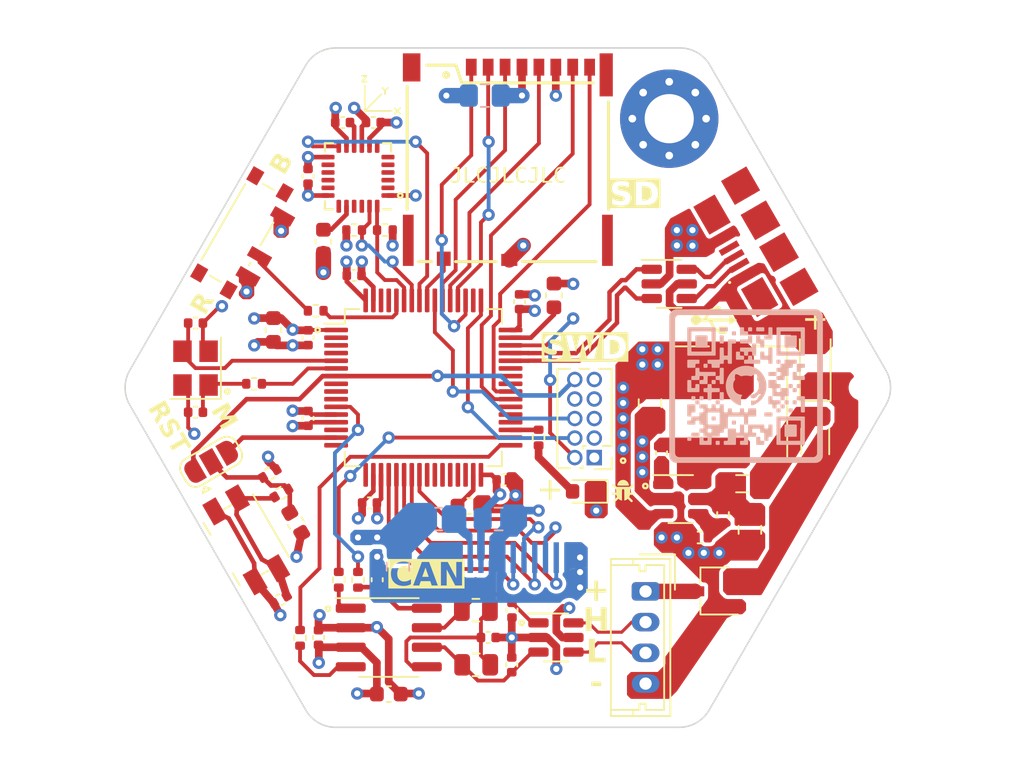
<source format=kicad_pcb>
(kicad_pcb (version 20221018) (generator pcbnew)
  (layers (0 "F.Cu" signal) (1 "In1.Cu" signal) (2 "In2.Cu" signal) (31 "B.Cu" signal) (34 "B.Paste" user) (35 "F.Paste" user) (36 "B.SilkS" user "B.Silkscreen") (37 "F.SilkS" user "F.Silkscreen") (38 "B.Mask" user) (39 "F.Mask" user) (44 "Edge.Cuts" user))
  (net 0 "")
  (net 1 "+3V3")
  (net 2 "GND")
  (net 3 "/MCU/HSE_IN")
  (net 4 "/MCU/XTAL_IN")
  (net 5 "/MCU/VCAP_1")
  (net 6 "/MCU/VCAP_2")
  (net 7 "/Sensors/CAN+")
  (net 8 "/Sensors/CAN-")
  (net 9 "/PMU/BUCK_IN")
  (net 10 "VBUS")
  (net 11 "+12V")
  (net 12 "TFT_DC")
  (net 13 "TFT_CS")
  (net 14 "TFT_SCK")
  (net 15 "TFT_MOSI")
  (net 16 "TFT_RST")
  (net 17 "/Connectors/D-")
  (net 18 "/Connectors/D+")
  (net 20 "SWDIO")
  (net 21 "NRST")
  (net 22 "SWCLK")
  (net 23 "SWO")
  (net 24 "/MCU/HSE_OUT")
  (net 25 "IMU_SDA")
  (net 26 "IMU_SCL")
  (net 27 "CAN_TX")
  (net 28 "Net-(U3-D)")
  (net 29 "/MCU/BOOT0")
  (net 30 "IMU_INT")
  (net 31 "BTN")
  (net 32 "CAN_RX")
  (net 33 "USB_D-")
  (net 34 "USB_D+")
  (net 35 "CAN_CONN-")
  (net 36 "CAN_CONN+")
  (net 37 "/PMU/BUCK_OUT")
  (net 38 "/PMU/BUCK_EN")
  (net 39 "/PMU/BUCK_BST")
  (net 40 "Net-(U3-R)")
  (net 41 "/Sensors/VREF")
  (net 42 "Net-(JP1-C)")
  (net 43 "Net-(U5-REGOUT)")
  (net 44 "Net-(U5-CPOUT)")
  (net 77 "/Sensors/CAN_RS")
  (net 79 "/PMU/POST_POL")
  (net 80 "/PMU/POST_FUSE")
  (net 81 "/MCU/DEBUG_LED")
  (net 83 "/Connectors/TFT_LEDA")
  (net 84 "SD_DAT2")
  (net 85 "SD_DAT3")
  (net 86 "SD_CMD")
  (net 87 "SD_CLK")
  (net 88 "SD_DAT0")
  (net 89 "SD_DAT1")
  (net 90 "SD_DET")
  (net 92 "Net-(C9-Pad1)")
  (net 93 "Net-(D1-A)")
  (net 94 "Net-(SW2-B)")
  (net 95 "CAN_SC")
  (footprint "SamacSys_Parts:101181920002LF" (layer "F.Cu") (at 138.636858 74.157083 120)
    (fp_text reference "J1" hide)
    (fp_text value "USB_B_Micro" hide)
  )
  (footprint "Capacitor_SMD:C_0402_1005Metric" (layer "F.Cu") (at 113.17 66.57 180)
    (fp_text reference "C19" hide)
    (fp_text value "10n")
  )
  (footprint "Capacitor_SMD:C_0805_2012Metric_Pad1.18x1.45mm_HandSolder" (layer "F.Cu") (at 131.17 84.836 -90)
    (fp_text reference "C15" hide)
    (fp_text value "10u")
  )
  (footprint "JLC:JLC_Tooling" (layer "F.Cu") (at 110.42 63.63)
    (fp_text reference "H3" hide)
    (fp_text value "~")
  )
  (footprint "Capacitor_SMD:C_0402_1005Metric" (layer "F.Cu") (at 122.189 98.298 -90)
    (fp_text reference "C21" hide)
    (fp_text value "100n")
  )
  (footprint "Resistor_SMD:R_0402_1005Metric" (layer "F.Cu") (at 108.4 100.1 -90)
    (fp_text reference "R14" hide)
    (fp_text value "47R")
  )
  (footprint "MountingHole:MountingHole_3.2mm_M3_Pad_Via" (layer "F.Cu") (at 132.42 66.32)
    (fp_text reference "H2" hide)
    (fp_text value "MountingHole")
  )
  (footprint "Resistor_SMD:R_0402_1005Metric" (layer "F.Cu") (at 106.426 89.408 -150)
    (fp_text reference "R1" hide)
    (fp_text value "10k")
  )
  (footprint "Jumper:SolderJumper-3_P1.3mm_Open_RoundedPad1.0x1.5mm" (layer "F.Cu") (at 102.616 88.646 30)
    (fp_text reference "JP1" hide)
    (fp_text value "Jumper_3_Bridged12" hide)
  )
  (footprint "Resistor_SMD:R_0402_1005Metric" (layer "F.Cu") (at 105.41 83.57)
    (fp_text reference "R4" hide)
    (fp_text value "47R")
  )
  (footprint "Connector_Molex:Molex_Micro-Latch_53253-0470_1x04_P2.00mm_Vertical" (layer "F.Cu") (at 130.881 97.076 -90)
    (fp_text reference "J4" hide)
    (fp_text value "Conn_01x04_Pin" hide)
  )
  (footprint "Resistor_SMD:R_0402_1005Metric" (layer "F.Cu") (at 112.17 96.32 -90)
    (fp_text reference "R16" hide)
    (fp_text value "100k")
  )
  (footprint "Resistor_SMD:R_0402_1005Metric" (layer "F.Cu") (at 123.92 87.07 90)
    (fp_text reference "R5" hide)
    (fp_text value "1k5")
  )
  (footprint "JLC:JLC_Tooling" (layer "F.Cu") (at 110.42 104.07)
    (fp_text reference "H5" hide)
    (fp_text value "~")
  )
  (footprint "Resistor_SMD:R_0402_1005Metric" (layer "F.Cu") (at 107.188 90.678 -150)
    (fp_text reference "R3" hide)
    (fp_text value "10R")
  )
  (footprint "Crystal:Crystal_SMD_3225-4Pin_3.2x2.5mm" (layer "F.Cu") (at 101.6 82.55 90)
    (fp_text reference "Y1" hide)
    (fp_text value "25MHz 12pF")
  )
  (footprint "LED_SMD:LED_0603_1608Metric" (layer "F.Cu") (at 126.92 90.57 180)
    (fp_text reference "D1" hide)
    (fp_text value "White")
  )
  (footprint "Resistor_SMD:R_0805_2012Metric" (layer "F.Cu") (at 119.841 98.298 180)
    (fp_text reference "R13" hide)
    (fp_text value "56R")
  )
  (footprint "Diode_SMD:D_SOD-123" (layer "F.Cu") (at 141.92 82.32 90)
    (fp_text reference "D2" hide)
    (fp_text value "B5819W")
  )
  (footprint "Inductor_SMD:L_1206_3216Metric" (layer "F.Cu") (at 141.92 87.32 90)
    (fp_text reference "F1" hide)
    (fp_text value "1A")
  )
  (footprint "Capacitor_SMD:C_0603_1608Metric" (layer "F.Cu") (at 106.67 80.07 -90)
    (fp_text reference "C1" hide)
    (fp_text value "2u2")
  )
  (footprint "Symbol:Gyro_Logo" (layer "F.Cu") (at 113.67 64.82)
    (fp_text reference "G***" hide)
    (fp_text value "LOGO" hide)
  )
  (footprint "Connector_PinHeader_1.27mm:PinHeader_2x05_P1.27mm_Vertical" (layer "F.Cu") (at 127.545 88.37 180)
    (fp_text reference "J5" hide)
    (fp_text value "Conn_02x05_Odd_Even")
  )
  (footprint "Capacitor_SMD:C_0402_1005Metric" (layer "F.Cu") (at 101.6 85.42 180)
    (fp_text reference "C11" hide)
    (fp_text value "12p")
  )
  (footprint "Package_TO_SOT_SMD:SOT-23-6" (layer "F.Cu") (at 133.17 91.07)
    (fp_text reference "U2" hide)
    (fp_text value "LMR16006YQ3")
  )
  (footprint "Capacitor_SMD:C_0805_2012Metric_Pad1.18x1.45mm_HandSolder" (layer "F.Cu") (at 137.67 93.07 -90)
    (fp_text reference "C14" hide)
    (fp_text value "2u2")
  )
  (footprint "Symbol:USB_Logo_1mm" (layer "F.Cu") (at 135.32 79.42)
    (fp_text reference "G***" hide)
    (fp_text value "LOGO" hide)
  )
  (footprint "Capacitor_SMD:C_0402_1005Metric" (layer "F.Cu") (at 101.6 79.62)
    (fp_text reference "C10" hide)
    (fp_text value "12p")
  )
  (footprint "Capacitor_SMD:C_0402_1005Metric" (layer "F.Cu") (at 122.174 101.854 -90)
    (fp_text reference "C23" hide)
    (fp_text value "100n")
  )
  (footprint "Package_TO_SOT_SMD:SOT-23-6" (layer "F.Cu") (at 125.048 100.076)
    (fp_text reference "U4" hide)
    (fp_text value "USBLC6-2")
  )
  (footprint "Capacitor_SMD:C_0402_1005Metric" (layer "F.Cu") (at 121.67 89.82)
    (fp_text reference "C5" hide)
    (fp_text value "100n")
  )
  (footprint "Package_SO:SOIC-8_3.9x4.9mm_P1.27mm" (layer "F.Cu") (at 114.173 100.076)
    (fp_text reference "U3" hide)
    (fp_text value "SN65HVD230")
  )
  (footprint "Resistor_SMD:R_0402_1005Metric" (layer "F.Cu") (at 109.42 78.82)
    (fp_text reference "R2" hide)
    (fp_text value "10R")
  )
  (footprint "Resistor_SMD:R_0402_1005Metric" (layer "F.Cu") (at 134.42 93.57 180)
    (fp_text reference "R18" hide)
    (fp_text value "100k")
  )
  (footprint "Capacitor_SMD:C_0402_1005Metric" (layer "F.Cu") (at 131.92 88.07 90)
    (fp_text reference "C16" hide)
    (fp_text value "100n")
  )
  (footprint "Button_Switch_SMD:Panasonic_EVQPUL_EVQPUC" (layer "F.Cu") (at 104.902 93.722 120)
    (fp_text reference "SW1" hide)
    (fp_text value "SW_Panasonic_EVQPUC" hide)
  )
  (footprint "JLC:JLC_Tooling" (layer "F.Cu") (at 144.92 83.82)
    (fp_text reference "H4" hide)
    (fp_text value "~")
  )
  (footprint "Capacitor_SMD:C_0603_1608Metric" (layer "F.Cu") (at 108.12 92.62 -60)
    (fp_text reference "C8" hide)
    (fp_text value "2u2")
  )
  (footprint "Capacitor_SMD:C_0603_1608Metric" (layer "F.Cu") (at 109.92 74.32 -90)
    (fp_text reference "C26" hide)
    (fp_text value "2u2")
  )
  (footprint "Capacitor_SMD:C_0402_1005Metric" (layer "F.Cu") (at 108.92 85.82 90)
    (fp_text reference "C7" hide)
    (fp_text value "100n")
  )
  (footprint "Capacitor_SMD:C_0402_1005Metric" (layer "F.Cu") (at 120.65 100.076)
    (fp_text reference "C22" hide)
    (fp_text value "100n")
  )
  (footprint "Capacitor_SMD:C_0402_1005Metric" (layer "F.Cu") (at 113.42 96.32 90)
    (fp_text reference "C24" hide)
    (fp_text value "100n")
  )
  (footprint "Button_Switch_SMD:SW_SPDT_PCM12" (layer "F.Cu") (at 104.902 73.914 -120)
    (fp_text reference "SW2" hide)
    (fp_text value "SW_SPDT")
  )
  (footprint "Capacitor_SMD:C_0402_1005Metric" (layer "F.Cu") (at 109.601 100.076 90)
    (fp_text reference "C18" hide)
    (fp_text value "100n")
  )
  (footprint "Capacitor_SMD:C_0402_1005Metric" (layer "F.Cu") (at 122.682 78.232 90)
    (fp_text reference "C6" hide)
    (fp_text value "100n")
  )
  (footprint "Capacitor_SMD:C_0402_1005Metric" (layer "F.Cu") (at 107.12 97.62 -150)
    (fp_text reference "C9" hide)
    (fp_text value "100n")
  )
  (footprint "Sensor_Motion:InvenSense_QFN-24_4x4mm_P0.5mm" (layer "F.Cu") (at 112.17 70.07 180)
    (fp_text reference "U5" hide)
    (fp_text value "MPU-6050")
  )
  (footprint "Package_QFP:LQFP-64_10x10mm_P0.5mm" (layer "F.Cu") (at 116.42 83.82)
    (fp_text reference "U1" hide)
    (fp_text value "STM32F405RGT6")
  )
  (footprint "SamacSys_Parts:503398-1892" (layer "F.Cu") (at 115.37 61.57)
    (fp_text reference "J3" hide)
    (fp_text value "Micro_SD_Card" hide)
  )
  (footprint "Resistor_SMD:R_0402_1005Metric" (layer "F.Cu") (at 113.92 73.57)
    (fp_text reference "R7" hide)
    (fp_text value "1k5")
  )
  (footprint "Resistor_SMD:R_0402_1005Metric" (layer "F.Cu") (at 111.92 73.57 180)
    (fp_text reference "R6" hide)
    (fp_text value "1k5")
  )
  (footprint "Capacitor_SMD:C_0603_1608Metric" (layer "F.Cu") (at 114.173 103.759)
    (fp_text reference "C17" hide)
    (fp_text value "2u2")
  )
  (footprint "Resistor_SMD:R_0402_1005Metric" (layer "F.Cu") (at 110.92 96.32 -90)
    (fp_text reference "R12" hide)
    (fp_text value "47R")
  )
  (footprint "Inductor_SMD:L_7.3x7.3_H4.5" (layer "F.Cu") (at 136.398 84.836 90)
    (fp_text reference "L1" hide)
    (fp_text value "3u3")
  )
  (footprint "Capacitor_SMD:C_0402_1005Metric" (layer "F.Cu") (at 111.17 66.57 180)
    (fp_text reference "C25" hide)
    (fp_text value "100n")
  )
  (footprint "Package_TO_SOT_SMD:TSOT-23" (layer "F.Cu") (at 135.4 97.07 180)
    (fp_text reference "Q1" hide)
    (fp_text value "Q_PMOS_GSD")
  )
  (footprint "Capacitor_SMD:C_0402_1005Metric" (layer "F.Cu") (at 111.92 76.52)
    (fp_text reference "C3" hide)
    (fp_text value "100n")
  )
  (footprint "Capacitor_SMD:C_0603_1608Metric" (layer "F.Cu") (at 124.92 77.82 90)
    (fp_text reference "C13" hide)
    (fp_text value "2u2")
  )
  (footprint "Resistor_SMD:R_0402_1005Metric" (layer "F.Cu") (at 135.92 92.07 -90)
    (fp_text reference "R10" hide)
    (fp_text value "100k")
  )
  (footprint "Capacitor_SMD:C_0402_1005Metric" (layer "F.Cu") (at 108.92 80.57 -90)
    (fp_text reference "C2" hide)
    (fp_text value "100n")
  )
  (footprint "Capacitor_SMD:C_0603_1608Metric" (layer "F.Cu") (at 119.42 91.52)
    (fp_text reference "C12" hide)
    (fp_text value "2u2")
  )
  (footprint "Capacitor_SMD:C_0402_1005Metric" (layer "F.Cu") (at 108.92 70.07 -90)
    (fp_text reference "C20" hide)
    (fp_text value "100n")
  )
  (footprint "Capacitor_SMD:C_0402_1005Metric" (layer "F.Cu") (at 112.92 91.32 180)
    (fp_text reference "C4" hide)
    (fp_text value "100n")
  )
  (footprint "Symbol:Bug_Logo" (layer "F.Cu") (at 129.42 90.57)
    (fp_text reference "G***" hide)
    (fp_text value "LOGO" hide)
  )
  (footprint "Inductor_SMD:L_0805_2012Metric" (layer "F.Cu") (at 137.17 90.07 180)
    (fp_text reference "FB1" hide)
    (fp_text value "100 @ 100MHz")
  )
  (footprint "Package_TO_SOT_SMD:SOT-23-6" (layer "F.Cu") (at 132.42 77.07)
    (fp_text reference "U6" hide)
    (fp_text value "USBLC6-2")
  )
  (footprint "Resistor_SMD:R_0805_2012Metric" (layer "F.Cu") (at 119.861 101.854)
    (fp_text reference "R15" hide)
    (fp_text value "56R")
  )
  (footprint "Capacitor_SMD:C_0805_2012Metric_Pad1.18x1.45mm_HandSolder" (layer "B.Cu") (at 120.42 64.82 180)
    (fp_text reference "C27" hide)
    (fp_text value "100n")
  )
  (footprint "Capacitor_SMD:C_0805_2012Metric_Pad1.18x1.45mm_HandSolder" (layer "B.Cu") (at 121.32 92.37)
    (fp_text reference "C28" hide)
    (fp_text value "100n")
  )
  (footprint "Symbol:GitHubQR_Logo" (layer "B.Cu") (at 137.42 83.82 180)
    (fp_text reference "G***" hide)
    (fp_text value "LOGO" hide)
  )
  (footprint "Resistor_SMD:R_0805_2012Metric_Pad1.20x1.40mm_HandSolder" (layer "B.Cu") (at 117.42 92.37)
    (fp_text reference "R17" hide)
    (fp_text value "10R")
  )
  (footprint "Display:ER_TFT128-1" (layer "B.Cu") (at 121.92 83.82 180)
    (fp_text reference "H1" hide)
    (fp_text value "ER_TFT128-1")
  )
  (footprint "Capacitor_SMD:C_0805_2012Metric_Pad1.18x1.45mm_HandSolder" (layer "B.Cu") (at 114.77 95.47 -90)
    (fp_text reference "C29" hide)
    (fp_text value "2u2")
  )
  (gr_circle (center 129.42 88.57) (end 129.47 88.62) (stroke (width 0.15)) (fill none) (layer "F.SilkS"))
  (gr_circle (center 103.67 84.07) (end 103.72 84.12) (stroke (width 0.15)) (fill none) (layer "F.SilkS"))
  (gr_circle (center 109.545 80.07) (end 109.595 80.12) (stroke (width 0.15)) (fill none) (layer "F.SilkS"))
  (gr_circle (center 130.866 90.22) (end 130.916 90.27) (stroke (width 0.15)) (fill none) (layer "F.SilkS"))
  (gr_circle (center 122.82 99.12) (end 122.87 99.17) (stroke (width 0.15)) (fill none) (layer "F.SilkS"))
  (gr_circle (center 110.22 98.19929) (end 110.27 98.24929) (stroke (width 0.15)) (fill none) (layer "F.SilkS"))
  (gr_circle (center 114.92 71.32) (end 114.97 71.37) (stroke (width 0.15)) (fill none) (layer "F.SilkS"))
  (gr_arc (start 146.51875 82.695) (mid 146.82 83.82) (end 146.51875 84.945) (stroke (width 0.1)) (layer "Edge.Cuts"))
  (gr_arc (start 135.020539 104.79156) (mid 134.196719 105.617564) (end 133.07 105.92) (stroke (width 0.1)) (layer "Edge.Cuts"))
  (gr_line (start 133.12 61.72) (end 110.72 61.72) (stroke (width 0.1)) (layer "Edge.Cuts"))
  (gr_arc (start 133.12 61.72) (mid 134.235981 62.016263) (end 135.058073 62.827034) (stroke (width 0.1)) (layer "Edge.Cuts"))
  (gr_arc (start 97.320001 84.945) (mid 97.018751 83.82) (end 97.320001 82.695) (stroke (width 0.1)) (layer "Edge.Cuts"))
  (gr_line (start 97.320001 82.695) (end 108.760298 62.864527) (stroke (width 0.1)) (layer "Edge.Cuts"))
  (gr_arc (start 110.72 105.92) (mid 109.585278 105.612912) (end 108.760298 104.775473) (stroke (width 0.1)) (layer "Edge.Cuts"))
  (gr_line (start 110.72 105.92) (end 133.07 105.92) (stroke (width 0.1)) (layer "Edge.Cuts"))
  (gr_line (start 146.51875 82.695) (end 135.058073 62.827034) (stroke (width 0.1)) (layer "Edge.Cuts"))
  (gr_line (start 97.320001 84.945) (end 108.760298 104.775473) (stroke (width 0.1)) (layer "Edge.Cuts"))
  (gr_arc (start 108.760298 62.864527) (mid 109.585278 62.027088) (end 110.72 61.72) (stroke (width 0.1)) (layer "Edge.Cuts"))
  (gr_line (start 146.51875 84.945) (end 135.020539 104.79156) (stroke (width 0.1)) (layer "Edge.Cuts"))
  (gr_text "+" (at 127.67 97.07) (layer "F.SilkS") (effects (font (size 1.5 1.5) (thickness 0.2) bold)))
  (gr_text "M" (at 103.42 85.72 300) (layer "F.SilkS") (effects (font (size 1.2 1.2) (thickness 0.2) bold)))
  (gr_text "SD" (at 130.17 71.32) (layer "F.SilkS" knockout) (effects (font (size 1.5 1.5) (thickness 0.14) bold)))
  (gr_text "L" (at 127.67 101.07) (layer "F.SilkS") (effects (font (size 1.5 1.5) (thickness 0.3) bold)))
  (gr_text "-" (at 127.67 103.07) (layer "F.SilkS") (effects (font (size 1.5 1.5) (thickness 0.3) bold)))
  (gr_text "CAN" (at 116.67 96.07) (layer "F.SilkS" knockout) (effects (font (size 1.5 1.5) (thickness 0.14) bold)))
  (gr_text "SWD" (at 126.92 81.32) (layer "F.SilkS" knockout) (effects (font (size 1.5 1.5) (thickness 0.2) bold)))
  (gr_text "+" (at 141.92 79.42) (layer "F.SilkS") (effects (font (size 1.5 1.5))))
  (gr_text "RST" (at 100.72 88.02 300) (layer "F.SilkS") (effects (font (size 1.2 1.2) (thickness 0.2) bold) (justify right)))
  (gr_text "B" (at 106.92 69.82 60) (layer "F.SilkS") (effects (font (size 1.2 1.2) (thickness 0.2) bold) (justify left)))
  (gr_text "R" (at 102.42 77.82 60) (layer "F.SilkS") (effects (font (size 1.2 1.2) (thickness 0.2) bold) (justify right)))
  (gr_text "JLCJLCJLC" (at 121.92 70.07) (layer "F.SilkS") (effects (font (size 1 1))))
  (gr_text "+" (at 124.67 89.57 180) (layer "F.SilkS") (effects (font (size 1.5 1.5)) (justify bottom)))
  (gr_text "H" (at 127.67 99.02) (layer "F.SilkS") (effects (font (size 1.5 1.5) (thickness 0.3) bold)))
  (segment (start 113.4 91.32) (end 113.4 92.3) (width 0.5) (layer "F.Cu") (net 1))
  (segment (start 107.960002 80.09) (end 107.92 80.049998) (width 0.5) (layer "F.Cu") (net 1))
  (segment (start 110.745 86.07) (end 109.15 86.07) (width 0.3) (layer "F.Cu") (net 1))
  (segment (start 120.865 89.495) (end 121.19 89.82) (width 0.3) (layer "F.Cu") (net 1))
  (segment (start 114.43 74.56) (end 114.42 74.57) (width 0.5) (layer "F.Cu") (net 1))
  (segment (start 122.682 78.712) (end 123.562 78.712) (width 0.5) (layer "F.Cu") (net 1))
  (segment (start 125.073 98.597236) (end 125.516801 98.153435) (width 0.5) (layer "F.Cu") (net 1))
  (segment (start 122.432 80.07) (end 122.682 79.82) (width 0.3) (layer "F.Cu") (net 1))
  (segment (start 113.4 92.3) (end 113.42 92.32) (width 0.5) (layer "F.Cu") (net 1))
  (segment (start 114.43 73.57) (end 114.43 74.56) (width 0.5) (layer "F.Cu") (net 1))
  (segment (start 113.398 103.759) (end 113.398 101.714) (width 0.5) (layer "F.Cu") (net 1))
  (segment (start 111.41 73.57) (end 111.41 74.56) (width 0.5) (layer "F.Cu") (net 1))
  (segment (start 122.84 62.97) (end 122.84 64.82) (width 0.5) (layer "F.Cu") (net 1))
  (segment (start 121.19 90.536565) (end 121.417579 90.764144) (width 0.5) (layer "F.Cu") (net 1))
  (segment (start 123.562 78.712) (end 123.67 78.82) (width 0.5) (layer "F.Cu") (net 1))
  (segment (start 122.682 79.82) (end 122.682 78.712) (width 0.3) (layer "F.Cu") (net 1))
  (segment (start 113.398 101.714) (end 112.395 100.711) (width 0.5) (layer "F.Cu") (net 1))
  (segment (start 114.67 66.57) (end 113.65 66.57) (width 0.5) (layer "F.Cu") (net 1))
  (segment (start 125.073 99.68305) (end 125.073 98.597236) (width 0.5) (layer "F.Cu") (net 1))
  (segment (start 111.44 76.52) (end 111.44 76.915) (width 0.3) (layer "F.Cu") (net 1))
  (segment (start 113.4 91.32) (end 113.67 91.05) (width 0.3) (layer "F.Cu") (net 1))
  (segment (start 106.67 79.295) (end 105.445 79.295) (width 0.5) (layer "F.Cu") (net 1))
  (segment (start 113.67 91.05) (end 113.67 89.495) (width 0.3) (layer "F.Cu") (net 1))
  (segment (start 112.12 103.72) (end 113.359 103.72) (width 0.5) (layer "F.Cu") (net 1))
  (segment (start 126.1855 100.076) (end 125.46595 100.076) (width 0.5) (layer "F.Cu") (net 1))
  (segment (start 108.92 86.3) (end 107.94 86.3) (width 0.5) (layer "F.Cu") (net 1))
  (segment (start 125.516801 98.153435) (end 125.911247 98.153435) (width 0.5) (layer "F.Cu") (net 1))
  (segment (start 111.698 100.711) (end 109.756 100.711) (width 0.5) (layer "F.Cu") (net 1))
  (segment (start 108.92 68.82) (end 108.92 69.59) (width 0.5) (layer "F.Cu") (net 1))
  (segment (start 106.32 88.605327) (end 106.867673 89.153) (width 0.5) (layer "F.Cu") (net 1))
  (segment (start 112.395 100.711) (end 111.698 100.711) (width 0.5) (layer "F.Cu") (net 1))
  (segment (start 121.19 89.82) (end 121.19 90.536565) (width 0.5) (layer "F.Cu") (net 1))
  (segment (start 106.32 88.32) (end 106.32 88.605327) (width 0.5) (layer "F.Cu") (net 1))
  (segment (start 107.92 80.049998) (end 107.165002 79.295) (width 0.5) (layer "F.Cu") (net 1))
  (segment (start 111.44 75.64) (end 111.42 75.62) (width 0.5) (layer "F.Cu") (net 1))
  (segment (start 107.165002 79.295) (end 106.67 79.295) (width 0.5) (layer "F.Cu") (net 1))
  (segment (start 105.445 79.295) (end 105.42 79.32) (width 0.5) (layer "F.Cu") (net 1))
  (segment (start 108.94 80.07) (end 108.92 80.09) (width 0.25) (layer "F.Cu") (net 1))
  (segment (start 112.92 67.593959) (end 113.65 66.863959) (width 0.3) (layer "F.Cu") (net 1))
  (segment (start 113.359 103.72) (end 113.398 103.759) (width 0.5) (layer "F.Cu") (net 1))
  (segment (start 122.095 80.07) (end 122.432 80.07) (width 0.3) (layer "F.Cu") (net 1))
  (segment (start 111.44 76.52) (end 111.44 75.64) (width 0.5) (layer "F.Cu") (net 1))
  (segment (start 110.745 80.07) (end 108.94 80.07) (width 0.25) (layer "F.Cu") (net 1))
  (segment (start 110.22 68.82) (end 108.92 68.82) (width 0.3) (layer "F.Cu") (net 1))
  (segment (start 113.65 66.863959) (end 113.65 66.57) (width 0.3) (layer "F.Cu") (net 1))
  (segment (start 109.62 101.72) (end 109.62 100.575) (width 0.5) (layer "F.Cu") (net 1))
  (segment (start 108.92 80.09) (end 107.960002 80.09) (width 0.5) (layer "F.Cu") (net 1))
  (segment (start 111.41 74.56) (end 111.42 74.57) (width 0.5) (layer "F.Cu") (net 1))
  (segment (start 109.15 86.07) (end 108.92 86.3) (width 0.3) (layer "F.Cu") (net 1))
  (segment (start 111.44 76.915) (end 112.67 78.145) (width 0.3) (layer "F.Cu") (net 1))
  (segment (start 125.46595 100.076) (end 125.073 99.68305) (width 0.5) (layer "F.Cu") (net 1))
  (segment (start 109.756 100.711) (end 109.601 100.556) (width 0.5) (layer "F.Cu") (net 1))
  (segment (start 109.62 100.575) (end 109.601 100.556) (width 0.5) (layer "F.Cu") (net 1))
  (segment (start 112.92 68.12) (end 112.92 67.593959) (width 0.3) (layer "F.Cu") (net 1))
  (segment (start 107.94 86.3) (end 107.92 86.32) (width 0.5) (layer "F.Cu") (net 1))
  (segment (start 120.17 89.495) (end 120.865 89.495) (width 0.3) (layer "F.Cu") (net 1))
  (via (at 125.911247 98.153435) (size 0.8) (drill 0.4) (layers "F.Cu" "B.Cu") (net 1))
  (via (at 112.17 93.57) (size 0.8) (drill 0.4) (layers "F.Cu" "B.Cu") (net 1))
  (via (at 112.12 103.72) (size 0.8) (drill 0.4) (layers "F.Cu" "B.Cu") (net 1))
  (via (at 105.42 79.32) (size 0.8) (drill 0.4) (layers "F.Cu" "B.Cu") (net 1))
  (via (at 114.67 66.57) (size 0.8) (drill 0.4) (layers "F.Cu" "B.Cu") (net 1))
  (via (at 106.32 88.32) (size 0.8) (drill 0.4) (layers "F.Cu" "B.Cu") (net 1))
  (via (at 111.42 74.57) (size 0.8) (drill 0.4) (layers "F.Cu" "B.Cu") (net 1))
  (via (at 129.42 83.82) (size 0.8) (drill 0.4) (layers "F.Cu" "B.Cu") (net 1))
  (via (at 107.17 73.62) (size 0.8) (drill 0.4) (layers "F.Cu" "B.Cu") (net 1))
  (via (at 107.92 80.049998) (size 0.8) (drill 0.4) (layers "F.Cu" "B.Cu") (net 1))
  (via (at 129.42 87.82) (size 0.8) (drill 0.4) (layers "F.Cu" "B.Cu") (net 1))
  (via (at 121.417579 90.764144) (size 0.8) (drill 0.4) (layers "F.Cu" "B.Cu") (net 1))
  (via (at 108.92 68.82) (size 0.8) (drill 0.4) (layers "F.Cu" "B.Cu") (net 1))
  (via (at 129.42 86.82) (size 0.8) (drill 0.4) (layers "F.Cu" "B.Cu") (net 1))
  (via (at 131.67 82.32) (size 0.8) (drill 0.4) (layers "F.Cu" "B.Cu") (net 1))
  (via (at 111.42 75.62) (size 0.8) (drill 0.4) (layers "F.Cu" "B.Cu") (net 1))
  (via (at 107.92 86.32) (size 0.8) (drill 0.4) (layers "F.Cu" "B.Cu") (net 1))
  (via (at 123.67 78.82) (size 0.8) (drill 0.4) (layers "F.Cu" "B.Cu") (net 1))
  (via (at 129.42 85.82) (size 0.8) (drill 0.4) (layers "F.Cu" "B.Cu") (net 1))
  (via (at 109.62 101.72) (size 0.8) (drill 0.4) (layers "F.Cu" "B.Cu") (net 1))
  (via (at 113.42 93.57) (size 0.8) (drill 0.4) (layers "F.Cu" "B.Cu") (net 1))
  (via (at 129.42 84.82) (size 0.8) (drill 0.4) (layers "F.Cu" "B.Cu") (net 1))
  (via (at 130.67 82.32) (size 0.8) (drill 0.4) (layers "F.Cu" "B.Cu") (net 1))
  (via (at 130.67 81.32) (size 0.8) (drill 0.4) (layers "F.Cu" "B.Cu") (net 1))
  (via (at 131.67 81.32) (size 0.8) (drill 0.4) (layers "F.Cu" "B.Cu") (net 1))
  (via (at 114.42 74.57) (size 0.8) (drill 0.4) (layers "F.Cu" "B.Cu") (net 1))
  (via (at 122.84 64.82) (size 0.8) (drill 0.4) (layers "F.Cu" "B.Cu") (net 1))
  (via (at 113.42 92.32) (size 0.8) (drill 0.4) (layers "F.Cu" "B.Cu") (net 1))
  (segment (start 120.17 92.4825) (end 120.2825 92.37) (width 0.5) (layer "B.Cu") (net 1))
  (segment (start 120.17 94.88) (end 120.17 92.4825) (width 0.5) (layer "B.Cu") (net 1))
  (segment (start 121.4575 64.82) (end 122.84 64.82) (width 1) (layer "B.Cu") (net 1))
  (segment (start 120.2825 92.37) (end 120.2825 91.899223) (width 0.5) (layer "B.Cu") (net 1))
  (segment (start 120.2825 91.899223) (end 121.417579 90.764144) (width 0.5) (layer "B.Cu") (net 1))
  (segment (start 125.072977 100.672977) (end 125.072977 102.120012) (width 0.5) (layer "F.Cu") (net 2))
  (segment (start 125.04 62.97) (end 125.04 64.815006) (width 0.5) (layer "F.Cu") (net 2))
  (segment (start 121.13 100.076) (end 122.174 100.076) (width 0.5) (layer "F.Cu") (net 2))
  (segment (start 101.52 86.82) (end 101.12 86.42) (width 0.25) (layer "F.Cu") (net 2))
  (segment (start 112.42 66.84) (end 112.42 68.12) (width 0.3) (layer "F.Cu") (net 2))
  (segment (start 131.87 77.07) (end 131.2825 77.07) (width 0.5) (layer "F.Cu") (net 2))
  (segment (start 102.45 81.45) (end 102.08 81.08) (width 0.25) (layer "F.Cu") (net 2))
  (segment (start 114.12 71.32) (end 115.920002 71.32) (width 0.3) (layer "F.Cu") (net 2))
  (segment (start 112.44 91.32) (end 112.44 91.277035) (width 0.3) (layer "F.Cu") (net 2))
  (segment (start 123.9105 100.076) (end 124.476 100.076) (width 0.5) (layer "F.Cu") (net 2))
  (segment (start 122.174 100.076) (end 122.174 98.793) (width 0.5) (layer "F.Cu") (net 2))
  (segment (start 102.853378 91.873683) (end 103.759 92.329) (width 0.3) (layer "F.Cu") (net 2))
  (segment (start 110.22 71.32) (end 108.920006 71.32) (width 0.3) (layer "F.Cu") (net 2))
  (segment (start 123.602 77.752) (end 123.67 77.82) (width 0.5) (layer "F.Cu") (net 2))
  (segment (start 107.94 85.34) (end 107.92 85.32) (width 0.5) (layer "F.Cu") (net 2))
  (segment (start 126.144998 77.045) (end 126.169998 77.07) (width 0.5) (layer "F.Cu") (net 2))
  (segment (start 101.12 86.42) (end 101.12 85.42) (width 0.25) (layer "F.Cu") (net 2))
  (segment (start 113.42 95.84) (end 113.42 94.82) (width 0.5) (layer "F.Cu") (net 2))
  (segment (start 110.69 65.65) (end 110.72 65.62) (width 0.5) (layer "F.Cu") (net 2))
  (segment (start 102.08 81.08) (end 102.08 79.62) (width 0.25) (layer "F.Cu") (net 2))
  (segment (start 108.92 70.55) (end 108.92 71.320006) (width 0.5) (layer "F.Cu") (net 2))
  (segment (start 110.69 66.57) (end 110.69 65.65) (width 0.5) (layer "F.Cu") (net 2))
  (segment (start 124.92 77.045) (end 126.144998 77.045) (width 0.5) (layer "F.Cu") (net 2))
  (segment (start 108.920006 71.32) (end 108.92 71.320006) (width 0.3) (layer "F.Cu") (net 2))
  (segment (start 112.4 76.52) (end 112.421041 76.52) (width 0.3) (layer "F.Cu") (net 2))
  (segment (start 106.895 81.07) (end 106.67 80.845) (width 0.5) (layer "F.Cu") (net 2))
  (segment (start 112.69 66.57) (end 112.42 66.84) (width 0.3) (layer "F.Cu") (net 2))
  (segment (start 112.4 75.64) (end 112.42 75.62) (width 0.5) (layer "F.Cu") (net 2))
  (segment (start 109.601 98.689) (end 109.67 98.62) (width 0.5) (layer "F.Cu") (net 2))
  (segment (start 109.15 85.57) (end 108.92 85.34) (width 0.3) (layer "F.Cu") (net 2))
  (segment (start 123.9105 100.076) (end 122.174 100.076) (width 0.5) (layer "F.Cu") (net 2))
  (segment (start 102.08 79.62) (end 103.18 78.52) (width 0.25) (layer "F.Cu") (net 2))
  (segment (start 107.92 81.07) (end 106.895 81.07) (width 0.5) (layer "F.Cu") (net 2))
  (segment (start 112.44 92.050004) (end 112.170004 92.32) (width 0.5) (layer "F.Cu") (net 2))
  (segment (start 110.69 66.57) (end 110.69 66.863959) (width 0.3) (layer "F.Cu") (net 2))
  (segment (start 109.601 99.596) (end 109.601 98.689) (width 0.5) (layer "F.Cu") (net 2))
  (segment (start 105.645 80.845) (end 106.67 80.845) (width 0.5) (layer "F.Cu") (net 2))
  (segment (start 105.41 95.25) (end 105.478378 96.420317) (width 0.3) (layer "F.Cu") (net 2))
  (segment (start 110.745 85.57) (end 109.15 85.57) (width 0.3) (layer "F.Cu") (net 2))
  (segment (start 112.44 91.277035) (end 113.17 90.547035) (width 0.3) (layer "F.Cu") (net 2))
  (segment (start 122.174 101.374) (end 122.174 100.076) (width 0.5) (layer "F.Cu") (net 2))
  (segment (start 112.44 91.32) (end 112.44 92.050004) (width 0.5) (layer "F.Cu") (net 2))
  (segment (start 101.12 85.42) (end 101.12 84.02) (width 0.25) (layer "F.Cu") (net 2))
  (segment (start 114.17 102.981) (end 114.948 103.759) (width 0.5) (layer "F.Cu") (net 2))
  (segment (start 101.12 84.02) (end 100.75 83.65) (width 0.25) (layer "F.Cu") (net 2))
  (segment (start 112.4 76.52) (end 112.4 75.64) (width 0.5) (layer "F.Cu") (net 2))
  (segment (start 114.987 103.72) (end 114.948 103.759) (width 0.5) (layer "F.Cu") (net 2))
  (segment (start 109.92 76.32) (end 109.92 75.095) (width 1) (layer "F.Cu") (net 2))
  (segment (start 103.18 78.52) (end 103.32 78.52) (width 0.25) (layer "F.Cu") (net 2))
  (segment (start 113.17 77.268959) (end 113.17 78.145) (width 0.3) (layer "F.Cu") (net 2))
  (segment (start 108.92 85.34) (end 107.94 85.34) (width 0.5) (layer "F.Cu") (net 2))
  (segment (start 112.69 66.39) (end 111.92 65.62) (width 0.5) (layer "F.Cu") (net 2))
  (segment (start 114.17 100.17) (end 114.17 102.981) (width 0.5) (layer "F.Cu") (net 2))
  (segment (start 125.04 64.815006) (end 125.044994 64.82) (width 0.5) (layer "F.Cu") (net 2))
  (segment (start 111.698 99.441) (end 109.756 99.441) (width 0.5) (layer "F.Cu") (net 2))
  (segment (start 107.92 81.07) (end 108.9 81.07) (width 0.5) (layer "F.Cu") (net 2))
  (segment (start 122.015 75.475) (end 122.92 74.57) (width 1) (layer "F.Cu") (net 2))
  (segment (start 112.421041 76.52) (end 113.17 77.268959) (width 0.3) (layer "F.Cu") (net 2))
  (segment (start 103.759 92.329) (end 105.41 95.25) (width 0.3) (layer "F.Cu") (net 2))
  (segment (start 124.476 100.076) (end 125.072977 100.672977) (width 0.5) (layer "F.Cu") (net 2))
  (segment (start 132.445 76.495) (end 131.87 77.07) (width 0.5) (layer "F.Cu") (net 2))
  (segment (start 132.92 74.57) (end 132.445 75.045) (width 0.5) (layer "F.Cu") (net 2))
  (segment (start 108.9 81.07) (end 108.92 81.05) (width 0.5) (layer "F.Cu") (net 2))
  (segment (start 122.682 77.752) (end 123.602 77.752) (width 0.5) (layer "F.Cu") (net 2))
  (segment (start 113.4 99.4) (end 114.17 100.17) (width 0.5) (layer "F.Cu") (net 2))
  (segment (start 105.478378 96.420317) (end 106.704308 97.86) (width 0.5) (layer "F.Cu") (net 2))
  (segment (start 122.174 98.793) (end 122.189 98.778) (width 0.5) (layer "F.Cu") (net 2))
  (segment (start 122.015 75.51) (end 122.015 75.475) (width 1) (layer "F.Cu") (net 2))
  (segment (start 116.12 103.72) (end 114.987 103.72) (width 0.5) (layer "F.Cu") (net 2))
  (segment (start 109.756 99.441) (end 109.601 99.596) (width 0.5) (layer "F.Cu") (net 2))
  (segment (start 108.5075 93.29117) (end 108.17 94.82) (width 0.5) (layer "F.Cu") (net 2))
  (segment (start 113.17 90.547035) (end 113.17 89.495) (width 0.3) (layer "F.Cu") (net 2))
  (segment (start 113.4 99.4) (end 113.359 99.441) (width 0.5) (layer "F.Cu") (net 2))
  (segment (start 106.704308 97.86) (end 107.12 98.62) (width 0.5) (layer "F.Cu") (net 2))
  (segment (start 112.69 66.57) (end 112.69 66.39) (width 0.5) (layer "F.Cu") (net 2))
  (segment (start 105.42 81.07) (end 105.645 80.845) (width 0.5) (layer "F.Cu") (net 2))
  (segment (start 113.359 99.441) (end 111.698 99.441) (width 0.5) (layer "F.Cu") (net 2))
  (segment (start 111.42 67.593959) (end 111.42 68.12) (width 0.3) (layer "F.Cu") (net 2))
  (segment (start 110.69 66.863959) (end 111.42 67.593959) (width 0.3) (layer "F.Cu") (net 2))
  (segment (start 132.445 75.045) (end 132.445 76.495) (width 0.5) (layer "F.Cu") (net 2))
  (via (at 133.67 94.57) (size 0.8) (drill 0.4) (layers "F.Cu" "B.Cu") (net 2))
  (via (at 112.42 75.62) (size 0.8) (drill 0.4) (layers "F.Cu" "B.Cu") (net 2))
  (via (at 109.92 76.32) (size 0.8) (drill 0.4) (layers "F.Cu" "B.Cu") (net 2))
  (via (at 107.12 98.62) (size 0.8) (drill 0.4) (layers "F.Cu" "B.Cu") (net 2))
  (via (at 108.92 71.320006) (size 0.8) (drill 0.4) (layers "F.Cu" "B.Cu") (net 2))
  (via (at 123.67 77.82) (size 0.8) (drill 0.4) (layers "F.Cu" "B.Cu") (net 2))
  (via (at 122.422275 90.82011) (size 0.8) (drill 0.4) (layers "F.Cu" "B.Cu") (net 2))
  (via (at 123.92 91.82) (size 0.8) (drill 0.4) (layers "F.Cu" "B.Cu") (net 2))
  (via (at 130.67 88.32) (size 0.8) (drill 0.4) (layers "F.Cu" "B.Cu") (net 2))
  (via (at 130.67 89.32) (size 0.8) (drill 0.4) (layers "F.Cu" "B.Cu") (net 2))
  (via (at 107.92 81.07) (size 0.8) (drill 0.4) (layers "F.Cu" "B.Cu") (net 2))
  (via (at 132.92 74.57) (size 0.8) (drill 0.4) (layers "F.Cu" "B.Cu") (net 2))
  (via (at 131.92 93.57) (size 0.8) (drill 0.4) (layers "F.Cu" "B.Cu") (net 2))
  (via (at 132.916 73.572) (size 0.8) (drill 0.4) (layers "F.Cu" "B.Cu") (net 2))
  (via (at 111.92 65.62) (size 0.8) (drill 0.4) (layers "F.Cu" "B.Cu") (net 2))
  (via (at 130.67 87.32) (size 0.8) (drill 0.4) (layers "F.Cu" "B.Cu") (net 2))
  (via (at 105.42 81.07) (size 0.8) (drill 0.4) (layers "F.Cu" "B.Cu") (net 2))
  (via (at 125.072977 102.120012) (size 0.8) (drill 0.4) (layers "F.Cu" "B.Cu") (net 2))
  (via (at 133.932 74.588) (size 0.8) (drill 0.4) (layers "F.Cu" "B.Cu") (net 2))
  (via (at 104.92 77.57) (size 0.8) (drill 0.4) (layers "F.Cu" "B.Cu") (net 2))
  (via (at 135.67 94.57) (size 0.8) (drill 0.4) (layers "F.Cu" "B.Cu") (net 2))
  (via (at 110.72 65.62) (size 0.8) (drill 0.4) (layers "F.Cu" "B.Cu") (net 2))
  (via (at 122.174 100.076) (size 0.8) (drill 0.4) (layers "F.Cu" "B.Cu") (net 2))
  (via (at 109.67 98.62) (size 0.8) (drill 0.4) (layers "F.Cu" "B.Cu") (net 2))
  (via (at 101.52 86.82) (size 0.8) (drill 0.4) (layers "F.Cu" "B.Cu") (net 2))
  (via (at 132.92 93.57) (size 0.8) (drill 0.4) (layers "F.Cu" "B.Cu") (net 2))
  (via (at 127.67 91.82) (size 0.8) (drill 0.4) (layers "F.Cu" "B.Cu") (net 2))
  (via (at 126.169998 77.07) (size 0.8) (drill 0.4) (layers "F.Cu" "B.Cu") (net 2))
  (via (at 125.044994 64.82) (size 0.8) (drill 0.4) (layers "F.Cu" "B.Cu") (net 2))
  (via (at 116.12 103.72) (size 0.8) (drill 0.4) (layers "F.Cu" "B.Cu") (net 2))
  (via (at 117.92 64.82) (size 0.8) (drill 0.4) (layers "F.Cu" "B.Cu") (net 2))
  (via (at 115.920002 71.32) (size 0.8) (drill 0.4) (layers "F.Cu" "B.Cu") (net 2))
  (via (at 126.62 94.87) (size 0.8) (drill 0.4) (layers "F.Cu" "B.Cu") (net 2))
  (via (at 113.4 99.4) (size 0.8) (drill 0.4) (layers "F.Cu" "B.Cu") (net 2))
  (via (at 134.67 94.57) (size 0.8) (drill 0.4) (layers "F.Cu" "B.Cu") (net 2))
  (via (at 113.42 94.82) (size 0.8) (drill 0.4) (layers "F.Cu" "B.Cu") (net 2))
  (via (at 126.62 95.82) (size 0.8) (drill 0.4) (layers "F.Cu" "B.Cu") (net 2))
  (via (at 103.32 78.52) (size 0.8) (drill 0.4) (layers "F.Cu" "B.Cu") (net 2))
  (via (at 133.932 73.572) (size 0.8) (drill 0.4) (layers "F.Cu" "B.Cu") (net 2))
  (via (at 108.17 94.82) (size 0.8) (drill 0.4) (layers "F.Cu" "B.Cu") (net 2))
  (via (at 107.92 85.32) (size 0.8) (drill 0.4) (layers "F.Cu" "B.Cu") (net 2))
  (via (at 112.170004 92.32) (size 0.8) (drill 0.4) (layers "F.Cu" "B.Cu") (net 2))
  (via (at 122.92 74.57) (size 0.8) (drill 0.4) (layers "F.Cu" "B.Cu") (net 2))
  (via (at 126.62 96.82) (size 0.8) (drill 0.4) (layers "F.Cu" "B.Cu") (net 2))
  (segment (start 122.92 91.82) (end 123.92 91.82) (width 0.5) (layer "B.Cu") (net 2))
  (segment (start 122.3575 92.37) (end 122.37 92.37) (width 0.5) (layer "B.Cu") (net 2))
  (segment (start 119.3825 64.82) (end 117.92 64.82) (width 1) (layer "B.Cu") (net 2))
  (segment (start 122.37 92.37) (end 122.92 91.82) (width 0.5) (layer "B.Cu") (net 2))
  (segment (start 101.6 82.55) (end 103.505 82.55) (width 0.25) (layer "F.Cu") (net 3))
  (segment (start 101.12 81.08) (end 101.12 79.62) (width 0.25) (layer "F.Cu") (net 3))
  (segment (start 103.505 82.55) (end 103.985 82.07) (width 0.25) (layer "F.Cu") (net 3))
  (segment (start 103.985 82.07) (end 110.745 82.07) (width 0.25) (layer "F.Cu") (net 3))
  (segment (start 100.75 81.45) (end 100.75 81.7) (width 0.25) (layer "F.Cu") (net 3))
  (segment (start 100.75 81.7) (end 101.6 82.55) (width 0.25) (layer "F.Cu") (net 3))
  (segment (start 100.75 81.45) (end 101.12 81.08) (width 0.25) (layer "F.Cu") (net 3))
  (segment (start 102.534 83.566) (end 102.45 83.65) (width 0.25) (layer "F.Cu") (net 4))
  (segment (start 102.08 85.42) (end 102.08 84.02) (width 0.25) (layer "F.Cu") (net 4))
  (segment (start 102.08 84.02) (end 102.45 83.65) (width 0.25) (layer "F.Cu") (net 4))
  (segment (start 102.45 83.65) (end 102.53 83.57) (width 0.25) (layer "F.Cu") (net 4))
  (segment (start 102.53 83.57) (end 104.9 83.57) (width 0.25) (layer "F.Cu") (net 4))
  (segment (start 119.67 90.495) (end 119.67 89.495) (width 0.3) (layer "F.Cu") (net 5))
  (segment (start 118.645 91.52) (end 119.67 90.495) (width 0.3) (layer "F.Cu") (net 5))
  (segment (start 122.095 80.57) (end 123.42 80.57) (width 0.3) (layer "F.Cu") (net 6))
  (segment (start 124.92 79.07) (end 124.92 78.595) (width 0.3) (layer "F.Cu") (net 6))
  (segment (start 123.42 80.57) (end 124.92 79.07) (width 0.3) (layer "F.Cu") (net 6))
  (segment (start 123.9105 99.126) (end 123.51 99.126) (width 0.25) (layer "F.Cu") (net 7))
  (segment (start 122.202 97.818) (end 122.189 97.818) (width 0.25) (layer "F.Cu") (net 7))
  (segment (start 117.7855 99.441) (end 118.9285 98.298) (width 0.25) (layer "F.Cu") (net 7))
  (segment (start 121.644 97.273) (end 122.189 97.818) (width 0.25) (layer "F.Cu") (net 7))
  (segment (start 118.9285 98.298) (end 119.9535 97.273) (width 0.25) (layer "F.Cu") (net 7))
  (segment (start 123.51 99.126) (end 122.202 97.818) (width 0.25) (layer "F.Cu") (net 7))
  (segment (start 116.648 99.441) (end 117.7855 99.441) (width 0.25) (layer "F.Cu") (net 7))
  (segment (start 119.9535 97.273) (end 121.644 97.273) (width 0.25) (layer "F.Cu") (net 7))
  (segment (start 117.8055 100.711) (end 116.648 100.711) (width 0.25) (layer "F.Cu") (net 8))
  (segment (start 122.174 102.362) (end 121.657 102.879) (width 0.25) (layer "F.Cu") (net 8))
  (segment (start 122.202 102.334) (end 122.174 102.334) (width 0.25) (layer "F.Cu") (net 8))
  (segment (start 122.174 102.334) (end 122.174 102.362) (width 0.25) (layer "F.Cu") (net 8))
  (segment (start 123.9105 101.026) (end 123.51 101.026) (width 0.25) (layer "F.Cu") (net 8))
  (segment (start 119.9735 102.879) (end 118.9485 101.854) (width 0.25) (layer "F.Cu") (net 8))
  (segment (start 121.657 102.879) (end 119.9735 102.879) (width 0.25) (layer "F.Cu") (net 8))
  (segment (start 118.9485 101.854) (end 117.8055 100.711) (width 0.25) (layer "F.Cu") (net 8))
  (segment (start 123.51 101.026) (end 122.202 102.334) (width 0.25) (layer "F.Cu") (net 8))
  (segment (start 134.77 78.77) (end 136.72 76.82) (width 0.5) (layer "F.Cu") (net 10))
  (segment (start 132.445 78.418528) (end 132.796472 78.77) (width 0.5) (layer "F.Cu") (net 10))
  (segment (start 132.796472 78.77) (end 134.77 78.77) (width 0.5) (layer "F.Cu") (net 10))
  (segment (start 137.295 76.432916) (end 136.72 76.82) (width 0.3) (layer "F.Cu") (net 10))
  (segment (start 132.945 77.07) (end 132.445 77.57) (width 0.5) (layer "F.Cu") (net 10))
  (segment (start 132.445 77.57) (end 132.445 78.418528) (width 0.5) (layer "F.Cu") (net 10))
  (segment (start 133.5575 77.07) (end 132.945 77.07) (width 0.5) (layer "F.Cu") (net 10))
  (segment (start 130.881 97.076) (end 134.084 97.076) (width 1) (layer "F.Cu") (net 11))
  (segment (start 134.084 97.076) (end 134.09 97.07) (width 1) (layer "F.Cu") (net 11))
  (segment (start 116.02 95.62) (end 121.27 95.62) (width 0.25) (layer "F.Cu") (net 12))
  (segment (start 114.17 89.495) (end 114.17 93.77) (width 0.25) (layer "F.Cu") (net 12))
  (segment (start 114.17 93.77) (end 116.02 95.62) (width 0.25) (layer "F.Cu") (net 12))
  (segment (start 121.27 95.62) (end 122.27 96.62) (width 0.25) (layer "F.Cu") (net 12))
  (via (at 122.27 96.62) (size 0.8) (drill 0.4) (layers "F.Cu" "B.Cu") (net 12))
  (segment (start 122.27 94.88) (end 122.27 96.62) (width 0.25) (layer "B.Cu") (net 12))
  (segment (start 116.17 90.57) (end 117.97 92.37) (width 0.25) (layer "F.Cu") (net 13))
  (segment (start 117.97 92.37) (end 123.369486 92.37) (width 0.25) (layer "F.Cu") (net 13))
  (segment (start 123.369486 92.37) (end 123.905939 92.906453) (width 0.25) (layer "F.Cu") (net 13))
  (segment (start 116.17 89.495) (end 116.17 90.57) (width 0.25) (layer "F.Cu") (net 13))
  (via (at 123.905939 92.906453) (size 0.8) (drill 0.4) (layers "F.Cu" "B.Cu") (net 13))
  (segment (start 122.97 94.88) (end 122.97 93.63) (width 0.25) (layer "B.Cu") (net 13))
  (segment (start 123.693547 92.906453) (end 123.905939 92.906453) (width 0.25) (layer "B.Cu") (net 13))
  (segment (start 122.97 93.63) (end 123.693547 92.906453) (width 0.25) (layer "B.Cu") (net 13))
  (segment (start 121.870006 94.82) (end 123.670006 96.62) (width 0.25) (layer "F.Cu") (net 14))
  (segment (start 114.67 92.97) (end 116.52 94.82) (width 0.25) (layer "F.Cu") (net 14))
  (segment (start 114.67 89.495) (end 114.67 92.97) (width 0.25) (layer "F.Cu") (net 14))
  (segment (start 116.52 94.82) (end 121.870006 94.82) (width 0.25) (layer "F.Cu") (net 14))
  (via (at 123.670006 96.62) (size 0.8) (drill 0.4) (layers "F.Cu" "B.Cu") (net 14))
  (segment (start 123.67 96.619994) (end 123.670006 96.62) (width 0.25) (layer "B.Cu") (net 14))
  (segment (start 123.67 94.88) (end 123.67 96.619994) (width 0.25) (layer "B.Cu") (net 14))
  (segment (start 117.42 93.12) (end 122.67 93.12) (width 0.25) (layer "F.Cu") (net 15))
  (segment (start 123.47 93.92) (end 124.27 93.92) (width 0.25) (layer "F.Cu") (net 15))
  (segment (start 115.67 91.37) (end 117.42 93.12) (width 0.25) (layer "F.Cu") (net 15))
  (segment (start 122.67 93.12) (end 123.47 93.92) (width 0.25) (layer "F.Cu") (net 15))
  (segment (start 124.27 93.92) (end 125.02 93.17) (width 0.25) (layer "F.Cu") (net 15))
  (segment (start 125.02 93.17) (end 125.02 92.92) (width 0.25) (layer "F.Cu") (net 15))
  (segment (start 115.67 89.495) (end 115.67 91.37) (width 0.25) (layer "F.Cu") (net 15))
  (via (at 125.02 92.92) (size 0.8) (drill 0.4) (layers "F.Cu" "B.Cu") (net 15))
  (segment (start 124.37 94.88) (end 124.37 93.569986) (width 0.25) (layer "B.Cu") (net 15))
  (segment (start 124.37 93.569986) (end 124.370014 93.569986) (width 0.25) (layer "B.Cu") (net 15))
  (segment (start 124.370014 93.569986) (end 125.02 92.92) (width 0.25) (layer "B.Cu") (net 15))
  (segment (start 115.17 89.495) (end 115.17 92.17) (width 0.25) (layer "F.Cu") (net 16))
  (segment (start 122.37 93.92) (end 125.02 96.57) (width 0.25) (layer "F.Cu") (net 16))
  (segment (start 115.17 92.17) (end 116.92 93.92) (width 0.25) (layer "F.Cu") (net 16))
  (segment (start 116.92 93.92) (end 122.37 93.92) (width 0.25) (layer "F.Cu") (net 16))
  (segment (start 125.02 96.57) (end 125.070002 96.57) (width 0.25) (layer "F.Cu") (net 16))
  (via (at 125.070002 96.57) (size 0.8) (drill 0.4) (layers "F.Cu" "B.Cu") (net 16))
  (segment (start 125.07 94.88) (end 125.07 96.569998) (width 0.25) (layer "B.Cu") (net 16))
  (segment (start 125.07 96.569998) (end 125.070002 96.57) (width 0.25) (layer "B.Cu") (net 16))
  (segment (start 136.97 75.87) (end 136.323927 76.240859) (width 0.3) (layer "F.Cu") (net 17))
  (segment (start 136.323927 76.240859) (end 135.344786 77.22) (width 0.286004) (layer "F.Cu") (net 17))
  (segment (start 135.344786 77.22) (end 134.92 77.22) (width 0.286004) (layer "F.Cu") (net 17))
  (segment (start 134.92 77.22) (end 134.12 78.02) (width 0.286004) (layer "F.Cu") (net 17))
  (segment (start 134.12 78.02) (end 133.5575 78.02) (width 0.286004) (layer "F.Cu") (net 17))
  (segment (start 134.72 76.62) (end 134.22 76.12) (width 0.286004) (layer "F.Cu") (net 18))
  (segment (start 136.645 75.307083) (end 136.01845 75.681902) (width 0.3) (layer "F.Cu") (net 18))
  (segment (start 134.22 76.12) (end 133.5575 76.12) (width 0.286004) (layer "F.Cu") (net 18))
  (segment (start 136.01845 75.681902) (end 135.080352 76.62) (width 0.286004) (layer "F.Cu") (net 18))
  (segment (start 135.080352 76.62) (end 134.72 76.62) (width 0.286004) (layer "F.Cu") (net 18))
  (segment (start 124.67 86.765) (end 124.67 83.32) (width 0.25) (layer "F.Cu") (net 20))
  (segment (start 122.095 81.07) (end 124.42 81.07) (width 0.25) (layer "F.Cu") (net 20))
  (segment (start 126.275 88.37) (end 124.67 86.765) (width 0.25) (layer "F.Cu") (net 20))
  (segment (start 124.42 81.07) (end 126.17 79.32) (width 0.25) (layer "F.Cu") (net 20))
  (via (at 126.17 79.32) (size 0.8) (drill 0.4) (layers "F.Cu" "B.Cu") (net 20))
  (via (at 124.67 83.32) (size 0.8) (drill 0.4) (layers "F.Cu" "B.Cu") (net 20))
  (segment (start 124.67 80.82) (end 126.17 79.32) (width 0.25) (layer "B.Cu") (net 20))
  (segment (start 124.67 83.32) (end 124.67 80.82) (width 0.25) (layer "B.Cu") (net 20))
  (segment (start 117.336 83.07) (end 117.348 83.058) (width 0.3) (layer "F.Cu") (net 21))
  (segment (start 108.368959 84.57) (end 109.868959 83.07) (width 0.3) (layer "F.Cu") (net 21))
  (segment (start 101.457987 89.26382) (end 101.457987 88.032013) (width 0.3) (layer "F.Cu") (net 21))
  (segment (start 104.92 84.57) (end 108.368959 84.57) (width 0.3) (layer "F.Cu") (net 21))
  (segment (start 101.490167 89.296) (end 101.457987 89.26382) (width 0.3) (layer "F.Cu") (net 21))
  (segment (start 101.457987 88.032013) (end 104.92 84.57) (width 0.3) (layer "F.Cu") (net 21))
  (segment (start 110.745 83.07) (end 117.336 83.07) (width 0.3) (layer "F.Cu") (net 21))
  (segment (start 109.868959 83.07) (end 110.745 83.07) (width 0.3) (layer "F.Cu") (net 21))
  (via (at 117.348 83.058) (size 0.8) (drill 0.4) (layers "F.Cu" "B.Cu") (net 21))
  (segment (start 126.275 83.29) (end 125.237 84.328) (width 0.3) (layer "B.Cu") (net 21))
  (segment (start 125.237 84.328) (end 122.7455 84.328) (width 0.3) (layer "B.Cu") (net 21))
  (segment (start 122.7455 84.328) (end 121.4755 83.058) (width 0.3) (layer "B.Cu") (net 21))
  (segment (start 121.4755 83.058) (end 117.348 83.058) (width 0.3) (layer "B.Cu") (net 21))
  (segment (start 119.32 79.950762) (end 119.32 85.09) (width 0.25) (layer "F.Cu") (net 22))
  (segment (start 120.17 78.145) (end 120.17 79.100762) (width 0.25) (layer "F.Cu") (net 22))
  (segment (start 120.17 79.100762) (end 119.32 79.950762) (width 0.25) (layer "F.Cu") (net 22))
  (via (at 119.32 85.09) (size 0.8) (drill 0.4) (layers "F.Cu" "B.Cu") (net 22))
  (segment (start 121.33 87.1) (end 126.275 87.1) (width 0.25) (layer "B.Cu") (net 22))
  (segment (start 119.32 85.09) (end 121.33 87.1) (width 0.25) (layer "B.Cu") (net 22))
  (segment (start 117.17 78.145) (end 117.17 80.22) (width 0.25) (layer "F.Cu") (net 23))
  (segment (start 118.344988 81.394988) (end 118.344988 84.074) (width 0.25) (layer "F.Cu") (net 23))
  (segment (start 117.17 80.22) (end 118.344988 81.394988) (width 0.25) (layer "F.Cu") (net 23))
  (via (at 118.344988 84.074) (size 0.8) (drill 0.4) (layers "F.Cu" "B.Cu") (net 23))
  (segment (start 126.4 85.83) (end 122.025 85.83) (width 0.25) (layer "B.Cu") (net 23))
  (segment (start 122.025 85.83) (end 120.269 84.074) (width 0.25) (layer "B.Cu") (net 23))
  (segment (start 120.269 84.074) (end 118.344988 84.074) (width 0.25) (layer "B.Cu") (net 23))
  (segment (start 105.92 83.57) (end 107.92 83.57) (width 0.25) (layer "F.Cu") (net 24))
  (segment (start 108.92 82.57) (end 110.745 82.57) (width 0.25) (layer "F.Cu") (net 24))
  (segment (start 107.92 83.57) (end 108.92 82.57) (width 0.25) (layer "F.Cu") (net 24))
  (segment (start 113.42 76.32) (end 113.42 73.58) (width 0.25) (layer "F.Cu") (net 25))
  (segment (start 115.17 78.145) (end 115.17 77.304315) (width 0.25) (layer "F.Cu") (net 25))
  (segment (start 115.17 77.304315) (end 114.685685 76.82) (width 0.25) (layer "F.Cu") (net 25))
  (segment (start 113.92 76.82) (end 113.42 76.32) (width 0.25) (layer "F.Cu") (net 25))
  (segment (start 113.41 73.57) (end 113.41 72.03) (width 0.25) (layer "F.Cu") (net 25))
  (segment (start 113.42 73.58) (end 113.41 73.57) (width 0.25) (layer "F.Cu") (net 25))
  (segment (start 113.41 72.03) (end 113.42 72.02) (width 0.25) (layer "F.Cu") (net 25))
  (segment (start 114.685685 76.82) (end 113.92 76.82) (width 0.25) (layer "F.Cu") (net 25))
  (segment (start 114.42 75.88) (end 114.42 75.62) (width 0.25) (layer "F.Cu") (net 26))
  (segment (start 112.43 73.57) (end 112.92 73.08) (width 0.25) (layer "F.Cu") (net 26))
  (segment (start 112.43 73.57) (end 112.43 74.56) (width 0.25) (layer "F.Cu") (net 26))
  (segment (start 112.92 73.08) (end 112.92 72.02) (width 0.25) (layer "F.Cu") (net 26))
  (segment (start 115.67 77.13) (end 114.42 75.88) (width 0.25) (layer "F.Cu") (net 26))
  (segment (start 112.43 74.56) (end 112.42 74.57) (width 0.25) (layer "F.Cu") (net 26))
  (segment (start 115.67 78.145) (end 115.67 77.13) (width 0.25) (layer "F.Cu") (net 26))
  (via (at 112.42 74.57) (size 0.8) (drill 0.4) (layers "F.Cu" "B.Cu") (net 26))
  (via (at 114.42 75.62) (size 0.8) (drill 0.4) (layers "F.Cu" "B.Cu") (net 26))
  (segment (start 112.87 74.57) (end 112.42 74.57) (width 0.25) (layer "B.Cu") (net 26))
  (segment (start 113.92 75.62) (end 112.87 74.57) (width 0.25) (layer "B.Cu") (net 26))
  (segment (start 114.42 75.62) (end 113.92 75.62) (width 0.25) (layer "B.Cu") (net 26))
  (segment (start 110.92 90.32) (end 111.67 89.57) (width 0.25) (layer "F.Cu") (net 27))
  (segment (start 110.92 95.81) (end 110.92 90.32) (width 0.25) (layer "F.Cu") (net 27))
  (segment (start 122.095 87.07) (end 114.17 87.07) (width 0.25) (layer "F.Cu") (net 27))
  (via (at 114.17 87.07) (size 0.8) (drill 0.4) (layers "F.Cu" "B.Cu") (net 27))
  (via (at 111.67 89.57) (size 0.8) (drill 0.4) (layers "F.Cu" "B.Cu") (net 27))
  (segment (start 111.67 89.57) (end 114.17 87.07) (width 0.25) (layer "B.Cu") (net 27))
  (segment (start 111.221 98.171) (end 110.92 97.87) (width 0.25) (layer "F.Cu") (net 28))
  (segment (start 111.698 98.171) (end 111.221 98.171) (width 0.25) (layer "F.Cu") (net 28))
  (segment (start 110.92 97.87) (end 110.92 96.83) (width 0.25) (layer "F.Cu") (net 28))
  (segment (start 114.410685 79.245) (end 110.355 79.245) (width 0.25) (layer "F.Cu") (net 29))
  (segment (start 114.67 78.985685) (end 114.410685 79.245) (width 0.25) (layer "F.Cu") (net 29))
  (segment (start 110.355 79.245) (end 109.93 78.82) (width 0.25) (layer "F.Cu") (net 29))
  (segment (start 114.67 78.145) (end 114.67 78.985685) (width 0.25) (layer "F.Cu") (net 29))
  (segment (start 116.67 76.57) (end 116.67 68.57) (width 0.25) (layer "F.Cu") (net 30))
  (segment (start 116.17 78.145) (end 116.17 77.07) (width 0.25) (layer "F.Cu") (net 30))
  (segment (start 109.22 68.12) (end 108.92 67.82) (width 0.25) (layer "F.Cu") (net 30))
  (segment (start 116.67 68.57) (end 115.92 67.82) (width 0.25) (layer "F.Cu") (net 30))
  (segment (start 116.17 77.07) (end 116.67 76.57) (width 0.25) (layer "F.Cu") (net 30))
  (segment (start 110.92 68.12) (end 109.22 68.12) (width 0.25) (layer "F.Cu") (net 30))
  (via (at 115.92 67.82) (size 0.8) (drill 0.4) (layers "F.Cu" "B.Cu") (net 30))
  (via (at 108.92 67.82) (size 0.8) (drill 0.4) (layers "F.Cu" "B.Cu") (net 30))
  (segment (start 108.92 67.82) (end 115.92 67.82) (width 0.25) (layer "B.Cu") (net 30))
  (segment (start 110.745 87.07) (end 104.667833 87.07) (width 0.3) (layer "F.Cu") (net 31))
  (segment (start 104.667833 87.07) (end 103.741833 87.996) (width 0.3) (layer "F.Cu") (net 31))
  (segment (start 111.67 88.32) (end 120.67 88.32) (width 0.25) (layer "F.Cu") (net 32))
  (segment (start 108.42 96.82) (end 109.67 95.57) (width 0.25) (layer "F.Cu") (net 32))
  (segment (start 120.67 88.32) (end 121.42 87.57) (width 0.25) (layer "F.Cu") (net 32))
  (segment (start 121.42 87.57) (end 122.095 87.57) (width 0.25) (layer "F.Cu") (net 32))
  (segment (start 108.42 99.57) (end 108.42 96.82) (width 0.25) (layer "F.Cu") (net 32))
  (segment (start 109.67 90.32) (end 111.67 88.32) (width 0.25) (layer "F.Cu") (net 32))
  (segment (start 108.4 99.59) (end 108.42 99.57) (width 0.25) (layer "F.Cu") (net 32))
  (segment (start 109.67 95.57) (end 109.67 90.32) (width 0.25) (layer "F.Cu") (net 32))
  (segment (start 122.095 82.07) (end 123.257501 82.07) (width 0.286004) (layer "F.Cu") (net 33))
  (segment (start 129.583351 77.314602) (end 130.288749 78.02) (width 0.286004) (layer "F.Cu") (net 33))
  (segment (start 129.022602 77.813318) (end 129.521318 77.314602) (width 0.286004) (layer "F.Cu") (net 33))
  (segment (start 123.262899 82.064602) (end 126.561318 82.064602) (width 0.286004) (layer "F.Cu") (net 33))
  (segment (start 129.022602 79.603318) (end 129.022602 77.813318) (width 0.286004) (layer "F.Cu") (net 33))
  (segment (start 126.561318 82.064602) (end 129.022602 79.603318) (width 0.286004) (layer "F.Cu") (net 33))
  (segment (start 130.288749 78.02) (end 131.2825 78.02) (width 0.286004) (layer "F.Cu") (net 33))
  (segment (start 123.257501 82.07) (end 123.262899 82.064602) (width 0.286004) (layer "F.Cu") (net 33))
  (segment (start 129.521318 77.314602) (end 129.583351 77.314602) (width 0.286004) (layer "F.Cu") (net 33))
  (segment (start 128.533398 77.610682) (end 129.318682 76.825398) (width 0.286004) (layer "F.Cu") (net 34))
  (segment (start 129.318682 76.825398) (end 129.583351 76.825398) (width 0.286004) (layer "F.Cu") (net 34))
  (segment (start 123.262899 81.575398) (end 126.358682 81.575398) (width 0.286004) (layer "F.Cu") (net 34))
  (segment (start 126.358682 81.575398) (end 128.533398 79.400682) (width 0.286004) (layer "F.Cu") (net 34))
  (segment (start 128.533398 79.400682) (end 128.533398 77.610682) (width 0.286004) (layer "F.Cu") (net 34))
  (segment (start 122.095 81.57) (end 123.257501 81.57) (width 0.286004) (layer "F.Cu") (net 34))
  (segment (start 130.288749 76.12) (end 131.2825 76.12) (width 0.286004) (layer "F.Cu") (net 34))
  (segment (start 129.583351 76.825398) (end 130.288749 76.12) (width 0.286004) (layer "F.Cu") (net 34))
  (segment (start 123.257501 81.57) (end 123.262899 81.575398) (width 0.286004) (layer "F.Cu") (net 34))
  (segment (start 127.782541 100.42271) (end 129.32771 100.42271) (width 0.2032) (layer "F.Cu") (net 35))
  (segment (start 126.1855 101.026) (end 127.179251 101.026) (width 0.2032) (layer "F.Cu") (net 35))
  (segment (start 127.179251 101.026) (end 127.782541 100.42271) (width 0.2032) (layer "F.Cu") (net 35))
  (segment (start 129.32771 100.42271) (end 129.981 101.076) (width 0.2032) (layer "F.Cu") (net 35))
  (segment (start 129.981 101.076) (end 130.881 101.076) (width 0.2032) (layer "F.Cu") (net 35))
  (segment (start 126.1855 99.126) (end 127.179251 99.126) (width 0.2032) (layer "F.Cu") (net 36))
  (segment (start 129.981 99.076) (end 130.881 99.076) (width 0.2032) (layer "F.Cu") (net 36))
  (segment (start 127.179251 99.126) (end 127.782541 99.72929) (width 0.2032) (layer "F.Cu") (net 36))
  (segment (start 127.782541 99.72929) (end 129.32771 99.72929) (width 0.2032) (layer "F.Cu") (net 36))
  (segment (start 129.32771 99.72929) (end 129.981 99.076) (width 0.2032) (layer "F.Cu") (net 36))
  (segment (start 109.307347 102.52) (end 108.4 101.612653) (width 0.25) (layer "F.Cu") (net 40))
  (segment (start 108.4 101.612653) (end 108.4 100.61) (width 0.25) (layer "F.Cu") (net 40))
  (segment (start 110.859 101.981) (end 110.32 102.52) (width 0.25) (layer "F.Cu") (net 40))
  (segment (start 110.32 102.52) (end 109.307347 102.52) (width 0.25) (layer "F.Cu") (net 40))
  (segment (start 111.698 101.981) (end 110.859 101.981) (width 0.25) (layer "F.Cu") (net 40))
  (segment (start 115.316 101.6) (end 115.697 101.981) (width 0.25) (layer "F.Cu") (net 41))
  (segment (start 115.57 100.076) (end 115.316 100.33) (width 0.25) (layer "F.Cu") (net 41))
  (segment (start 115.316 100.33) (end 115.316 101.6) (width 0.25) (layer "F.Cu") (net 41))
  (segment (start 120.17 98.8815) (end 120.7535 98.298) (width 0.25) (layer "F.Cu") (net 41))
  (segment (start 120.17 100.076) (end 120.17 98.8815) (width 0.25) (layer "F.Cu") (net 41))
  (segment (start 115.697 101.981) (end 116.648 101.981) (width 0.25) (layer "F.Cu") (net 41))
  (segment (start 120.17 101.2505) (end 120.7735 101.854) (width 0.25) (layer "F.Cu") (net 41))
  (segment (start 120.17 100.076) (end 115.57 100.076) (width 0.25) (layer "F.Cu") (net 41))
  (segment (start 120.17 100.076) (end 120.17 101.2505) (width 0.25) (layer "F.Cu") (net 41))
  (segment (start 103.632 89.662) (end 105.983327 89.662) (width 0.3) (layer "F.Cu") (net 42))
  (segment (start 107.629673 90.423) (end 107.391488 90.184815) (width 0.3) (layer "F.Cu") (net 42))
  (segment (start 105.983327 89.662) (end 105.984327 89.663) (width 0.3) (layer "F.Cu") (net 42))
  (segment (start 107.7325 91.94883) (end 107.7325 90.525827) (width 0.3) (layer "F.Cu") (net 42))
  (segment (start 102.616 88.646) (end 103.632 89.662) (width 0.3) (layer "F.Cu") (net 42))
  (segment (start 107.7325 90.525827) (end 107.629673 90.423) (width 0.3) (layer "F.Cu") (net 42))
  (segment (start 107.391488 90.184815) (end 106.506142 90.184815) (width 0.3) (layer "F.Cu") (net 42))
  (segment (start 106.506142 90.184815) (end 105.984327 89.663) (width 0.3) (layer "F.Cu") (net 42))
  (segment (start 111.65 66.57) (end 111.92 66.84) (width 0.3) (layer "F.Cu") (net 43))
  (segment (start 111.92 66.84) (end 111.92 68.12) (width 0.3) (layer "F.Cu") (net 43))
  (segment (start 111.42 72.02) (end 111.42 72.546041) (width 0.3) (layer "F.Cu") (net 44))
  (segment (start 111.42 72.546041) (end 110.421041 73.545) (width 0.3) (layer "F.Cu") (net 44))
  (segment (start 110.421041 73.545) (end 109.858 73.545) (width 0.3) (layer "F.Cu") (net 44))
  (segment (start 114.791 98.171) (end 113.42 96.8) (width 0.3) (layer "F.Cu") (net 77))
  (segment (start 113.42 96.8) (end 112.2 96.8) (width 0.3) (layer "F.Cu") (net 77))
  (segment (start 116.648 98.171) (end 114.791 98.171) (width 0.3) (layer "F.Cu") (net 77))
  (segment (start 112.2 96.8) (end 112.17 96.83) (width 0.3) (layer "F.Cu") (net 77))
  (segment (start 122.095 86.57) (end 123.91 86.57) (width 0.3) (layer "F.Cu") (net 81))
  (segment (start 123.91 86.57) (end 123.92 86.56) (width 0.3) (layer "F.Cu") (net 81))
  (segment (start 117.62 74.22) (end 117.62 70.62) (width 0.25) (layer "F.Cu") (net 84))
  (segment (start 119.17 79.07) (end 118.42 79.82) (width 0.25) (layer "F.Cu") (net 84))
  (segment (start 119.54 68.7) (end 119.54 62.97) (width 0.25) (layer "F.Cu") (net 84))
  (segment (start 119.17 78.145) (end 119.17 79.07) (width 0.25) (layer "F.Cu") (net 84))
  (segment (start 117.62 70.62) (end 119.54 68.7) (width 0.25) (layer "F.Cu") (net 84))
  (via (at 118.42 79.82) (size 0.8) (drill 0.4) (layers "F.Cu" "B.Cu") (net 84))
  (via (at 117.62 74.22) (size 0.8) (drill 0.4) (layers "F.Cu" "B.Cu") (net 84))
  (segment (start 117.62 74.22) (end 117.62 79.02) (width 0.25) (layer "B.Cu") (net 84))
  (segment (start 117.62 79.02) (end 118.42 79.82) (width 0.25) (layer "B.Cu") (net 84))
  (segment (start 120.17 75.804315) (end 120.17 73.070034) (width 0.25) (layer "F.Cu") (net 85))
  (segment (start 118.67 77.304315) (end 120.17 75.804315) (width 0.25) (layer "F.Cu") (net 85))
  (segment (start 120.17 73.070034) (end 120.670034 72.57) (width 0.25) (layer "F.Cu") (net 85))
  (segment (start 120.64 67.79) (end 120.67 67.82) (width 0.25) (layer "F.Cu") (net 85))
  (segment (start 118.67 78.145) (end 118.67 77.304315) (width 0.25) (layer "F.Cu") (net 85))
  (segment (start 120.64 62.97) (end 120.64 67.79) (width 0.25) (layer "F.Cu") (net 85))
  (via (at 120.67 67.82) (size 0.8) (drill 0.4) (layers "F.Cu" "B.Cu") (net 85))
  (via (at 120.670034 72.57) (size 0.8) (drill 0.4) (layers "F.Cu" "B.Cu") (net 85))
  (segment (start 120.670034 72.57) (end 120.67 72.569966) (width 0.25) (layer "B.Cu") (net 85))
  (segment (start 120.67 72.569966) (end 120.67 67.82) (width 0.25) (layer "B.Cu") (net 85))
  (segment (start 117.67 77.031523) (end 118.525 76.176523) (width 0.25) (layer "F.Cu") (net 86))
  (segment (start 121.74 68.375) (end 121.74 62.97) (width 0.25) (layer "F.Cu") (net 86))
  (segment (start 118.525 76.176523) (end 118.525 71.59) (width 0.25) (layer "F.Cu") (net 86))
  (segment (start 118.525 71.59) (end 121.74 68.375) (width 0.25) (layer "F.Cu") (net 86))
  (segment (start 117.67 78.145) (end 117.67 77.031523) (width 0.25) (layer "F.Cu") (net 86))
  (segment (start 119.42 72.445) (end 123.94 67.925) (width 0.25) (layer "F.Cu") (net 87))
  (segment (start 118.17 78.145) (end 118.17 77.167919) (width 0.25) (layer "F.Cu") (net 87))
  (segment (start 119.42 75.917919) (end 119.42 72.445) (width 0.25) (layer "F.Cu") (net 87))
  (segment (start 123.94 67.925) (end 123.94 62.97) (width 0.25) (layer "F.Cu") (net 87))
  (segment (start 118.17 77.167919) (end 119.42 75.917919) (width 0.25) (layer "F.Cu") (net 87))
  (segment (start 120.82 79.143959) (end 120.82 73.92) (width 0.25) (layer "F.Cu") (net 88))
  (segment (start 126.14 68.6) (end 126.14 62.97) (width 0.25) (layer "F.Cu") (net 88))
  (segment (start 121.033604 84.57) (end 120.22 83.756396) (width 0.25) (layer "F.Cu") (net 88))
  (segment (start 120.82 73.92) (end 126.14 68.6) (width 0.25) (layer "F.Cu") (net 88))
  (segment (start 122.095 84.57) (end 121.033604 84.57) (width 0.25) (layer "F.Cu") (net 88))
  (segment (start 120.22 83.756396) (end 120.22 79.743959) (width 0.25) (layer "F.Cu") (net 88))
  (segment (start 120.22 79.743959) (end 120.82 79.143959) (width 0.25) (layer "F.Cu") (net 88))
  (segment (start 120.995 83.895) (end 120.995 79.829315) (width 0.25) (layer "F.Cu") (net 89))
  (segment (start 121.42 77.72) (end 127.24 71.9) (width 0.25) (layer "F.Cu") (net 89))
  (segment (start 120.995 79.829315) (end 121.42 79.404315) (width 0.25) (layer "F.Cu") (net 89))
  (segment (start 122.095 84.07) (end 121.17 84.07) (width 0.25) (layer "F.Cu") (net 89))
  (segment (start 121.42 79.404315) (end 121.42 77.72) (width 0.25) (layer "F.Cu") (net 89))
  (segment (start 121.17 84.07) (end 120.995 83.895) (width 0.25) (layer "F.Cu") (net 89))
  (segment (start 127.24 71.9) (end 127.24 62.97) (width 0.25) (layer "F.Cu") (net 89))
  (segment (start 117.75 76.224315) (end 117.75 75.435) (width 0.25) (layer "F.Cu") (net 90))
  (segment (start 116.67 78.145) (end 116.67 77.304315) (width 0.25) (layer "F.Cu") (net 90))
  (segment (start 116.67 77.304315) (end 117.75 76.224315) (width 0.25) (layer "F.Cu") (net 90))
  (segment (start 106.655644 91.023683) (end 106.746327 90.933) (width 0.3) (layer "F.Cu") (net 92))
  (segment (start 106.950622 95.570317) (end 107.535692 97.38) (width 0.5) (layer "F.Cu") (net 92))
  (segment (start 104.267 92.075) (end 105.918 94.996) (width 0.3) (layer "F.Cu") (net 92))
  (segment (start 104.325622 91.023683) (end 104.267 92.075) (width 0.3) (layer "F.Cu") (net 92))
  (segment (start 105.918 94.996) (end 106.950622 95.570317) (width 0.3) (layer "F.Cu") (net 92))
  (segment (start 104.325622 91.023683) (end 106.655644 91.023683) (width 0.3) (layer "F.Cu") (net 92))
  (segment (start 123.92 87.58) (end 123.92 88.3575) (width 0.5) (layer "F.Cu") (net 93))
  (segment (start 123.92 88.3575) (end 126.1325 90.57) (width 0.5) (layer "F.Cu") (net 93))
  (segment (start 105.765416 75.278519) (end 105.765416 75.665416) (width 0.25) (layer "F.Cu") (net 94))
  (segment (start 105.765416 75.665416) (end 108.91 78.81) (width 0.25) (layer "F.Cu") (net 94))
  (segment (start 108.91 78.81) (end 108.91 78.82) (width 0.25) (layer "F.Cu") (net 94))
  (segment (start 112.170007 85.570007) (end 112.170007 86.570007) (width 0.25) (layer "F.Cu") (net 95))
  (segment (start 111.67 85.07) (end 112.170007 85.570007) (width 0.25) (layer "F.Cu") (net 95))
  (segment (start 112.17 95.81) (end 112.17 94.82) (width 0.25) (layer "F.Cu") (net 95))
  (segment (start 110.745 85.07) (end 111.67 85.07) (width 0.25) (layer "F.Cu") (net 95))
  (via (at 112.170007 86.570007) (size 0.8) (drill 0.4) (layers "F.Cu" "B.Cu") (net 95))
  (via (at 112.17 94.82) (size 0.8) (drill 0.4) (layers "F.Cu" "B.Cu") (net 95))
  (segment (start 112.169993 86.570007) (end 112.170007 86.570007) (width 0.25) (layer "B.Cu") (net 95))
  (segment (start 110.67 88.07) (end 112.169993 86.570007) (width 0.25) (layer "B.Cu") (net 95))
  (segment (start 112.17 94.82) (end 110.67 93.32) (width 0.25) (layer "B.Cu") (net 95))
  (segment (start 110.67 93.32) (end 110.67 88.07) (width 0.25) (layer "B.Cu") (net 95))
  (zone (net 39) (net_name "/PMU/BUCK_BST") (layer "F.Cu") (priority 10) (connect_pads yes (clearance 0.25)) (min_thickness 0.25) (fill yes (thermal_gap 0.5) (thermal_bridge_width 0.5))
    (polygon (pts (xy 131.42 89.57) (xy 131.42 90.32) (xy 131.67 90.57) (xy 132.42 90.57) (xy 132.67 90.32) (xy 132.67 89.82) (xy 132.42 89.57) (xy 132.42 88.57) (xy 132.17 88.32) (xy 131.67 88.32) (xy 131.42 88.57)))
  )
  (zone (net 1) (net_name "+3V3") (layer "F.Cu") (priority 7) (connect_pads yes (clearance 0.25)) (min_thickness 0.25) (fill yes (thermal_gap 0.5) (thermal_bridge_width 0.5))
    (polygon (pts (xy 137.42 80.82) (xy 137.92 81.32) (xy 137.92 84.07) (xy 137.42 84.57) (xy 130.92 84.57) (xy 129.92 85.57) (xy 129.92 90.57) (xy 130.92 91.57) (xy 132.67 91.57) (xy 132.92 91.82) (xy 132.92 92.32) (xy 132.67 92.57) (xy 131.67 92.57) (xy 131.17 93.07) (xy 130.42 93.07) (xy 128.92 91.57) (xy 128.92 82.32) (xy 130.42 80.82)))
  )
  (zone (net 80) (net_name "/PMU/POST_FUSE") (layer "F.Cu") (priority 14) (connect_pads yes (clearance 0.25)) (min_thickness 0.25) (fill yes (thermal_gap 0.5) (thermal_bridge_width 0.5))
    (polygon (pts (xy 137.67 90.82) (xy 137.92 91.07) (xy 138.92 91.07) (xy 140.67 88.32) (xy 141.92 86.32) (xy 142.67 86.32) (xy 142.92 86.07) (xy 142.92 85.32) (xy 142.67 85.07) (xy 140.67 85.07) (xy 137.67 89.32)))
  )
  (zone (net 2) (net_name "GND") (layer "F.Cu") (priority 11) (connect_pads yes (clearance 0.25)) (min_thickness 0.25) (fill yes (thermal_gap 0.5) (thermal_bridge_width 0.5))
    (polygon (pts (xy 132.1348 75.52) (xy 132.1348 73.4236) (xy 132.4904 72.814) (xy 134.9288 71.4932) (xy 136.8084 73.4236) (xy 137.1132 73.9824) (xy 134.85 75.32) (xy 132.65 75.32) (xy 132.4 75.57)))
  )
  (zone (net 9) (net_name "/PMU/BUCK_IN") (layer "F.Cu") (priority 9) (connect_pads yes (clearance 0.25)) (min_thickness 0.25) (fill yes (thermal_gap 0.5) (thermal_bridge_width 0.5))
    (polygon (pts (xy 133.67 90.82) (xy 133.92 90.57) (xy 135.17 90.57) (xy 135.42 90.32) (xy 135.42 89.57) (xy 135.67 89.32) (xy 137.17 89.32) (xy 137.42 89.57) (xy 137.42 91.07) (xy 137.67 91.32) (xy 138.42 91.32) (xy 138.67 91.57) (xy 138.67 92.82) (xy 138.42 93.07) (xy 136.92 93.07) (xy 136.67 92.82) (xy 136.67 92.32) (xy 136.42 92.07) (xy 135.42 92.07) (xy 134.92 91.57) (xy 133.92 91.57) (xy 133.67 91.32)))
  )
  (zone (net 38) (net_name "/PMU/BUCK_EN") (layer "F.Cu") (priority 8) (connect_pads yes (clearance 0.25)) (min_thickness 0.25) (fill yes (thermal_gap 0.5) (thermal_bridge_width 0.5))
    (polygon (pts (xy 135.42 92.32) (xy 136.17 92.32) (xy 136.42 92.57) (xy 136.42 93.07) (xy 135.17 94.07) (xy 134.67 94.07) (xy 134.42 93.82) (xy 134.42 92.82) (xy 134.17 92.57) (xy 133.92 92.57) (xy 133.67 92.32) (xy 133.67 91.82) (xy 133.92 91.57) (xy 134.67 91.57)))
  )
  (zone (net 2) (net_name "GND") (layer "F.Cu") (priority 4) (connect_pads yes (clearance 0.25)) (min_thickness 0.25) (fill yes (thermal_gap 0.5) (thermal_bridge_width 0.5))
    (polygon (pts (xy 104.67 78.07) (xy 104.42 77.82) (xy 104.42 76.57) (xy 104.67 76.32) (xy 105.42 76.82) (xy 105.42 77.82) (xy 105.17 78.07)))
  )
  (zone (net 2) (net_name "GND") (layer "F.Cu") (priority 2) (connect_pads yes (clearance 0.25)) (min_thickness 0.25) (fill yes (thermal_gap 0.5) (thermal_bridge_width 0.5))
    (polygon (pts (xy 128.17 89.82) (xy 128.42 90.07) (xy 128.42 92.07) (xy 128.17 92.32) (xy 127.17 92.32) (xy 126.92 92.07) (xy 126.92 90.07) (xy 127.17 89.82)))
  )
  (zone (net 79) (net_name "/PMU/POST_POL") (layer "F.Cu") (priority 16) (connect_pads yes (clearance 0.25)) (min_thickness 0.25) (fill yes (thermal_gap 0.5) (thermal_bridge_width 0.5))
    (polygon (pts (xy 135.92 97.07) (xy 136.17 97.32) (xy 138.42 97.32) (xy 144.72 86.42) (xy 144.72 83.32) (xy 144.22 82.82) (xy 141.42 82.82) (xy 140.92 83.32) (xy 140.92 84.32) (xy 141.17 84.57) (xy 142.67 84.57) (xy 143.17 85.07) (xy 143.17 86.07) (xy 142.67 86.57) (xy 142.17 86.57) (xy 138.92 91.57) (xy 138.92 94.32) (xy 138.17 95.57) (xy 136.17 95.57) (xy 135.92 95.82)))
  )
  (zone (net 2) (net_name "GND") (layer "F.Cu") (priority 1) (connect_pads yes (clearance 0.25)) (min_thickness 0.25) (fill yes (thermal_gap 0.5) (thermal_bridge_width 0.5))
    (polygon (pts (xy 119.67 91.07) (xy 119.92 90.82) (xy 121.42 90.82) (xy 121.67 90.57) (xy 121.67 89.57) (xy 121.92 89.32) (xy 122.42 89.32) (xy 122.92 89.82) (xy 122.92 91.57) (xy 122.42 92.07) (xy 119.92 92.07) (xy 119.67 91.82)))
  )
  (zone (net 37) (net_name "/PMU/BUCK_OUT") (layer "F.Cu") (priority 8) (connect_pads yes (clearance 0.25)) (min_thickness 0.25) (fill yes (thermal_gap 0.5) (thermal_bridge_width 0.5))
    (polygon (pts (xy 132.92 90.07) (xy 133.42 90.57) (xy 134.92 90.57) (xy 135.17 90.32) (xy 135.17 89.57) (xy 135.67 89.07) (xy 137.42 89.07) (xy 137.67 88.82) (xy 137.67 87.32) (xy 137.42 87.07) (xy 131.67 87.07) (xy 131.42 87.32) (xy 131.42 87.82) (xy 131.67 88.07) (xy 132.42 88.07) (xy 132.92 88.57)))
  )
  (zone (net 2) (net_name "GND") (layer "F.Cu") (priority 15) (connect_pads yes (clearance 0.25)) (min_thickness 0.25) (fill yes (thermal_gap 0.5) (thermal_bridge_width 0.5))
    (polygon (pts (xy 132.17 85.32) (xy 132.17 86.57) (xy 131.92 86.82) (xy 131.67 86.82) (xy 131.17 87.32) (xy 131.17 90.32) (xy 131.42 90.57) (xy 133.17 90.57) (xy 133.67 91.07) (xy 133.67 92.32) (xy 134.42 93.32) (xy 134.42 93.82) (xy 134.67 94.07) (xy 135.17 94.07) (xy 136.42 93.07) (xy 138.42 93.07) (xy 138.67 93.32) (xy 138.67 94.57) (xy 138.17 95.07) (xy 136.42 95.07) (xy 135.92 95.57) (xy 135.92 97.32) (xy 136.17 97.57) (xy 137.17 97.57) (xy 137.42 97.82) (xy 137.42 98.32) (xy 137.17 98.57) (xy 136.67 98.57) (xy 136.17 98.82) (xy 132.92 103.57) (xy 132.42 104.07) (xy 129.92 104.07) (xy 129.67 103.82) (xy 129.67 102.57) (xy 129.92 102.32) (xy 131.67 102.32) (xy 132.17 101.82) (xy 132.17 101.32) (xy 134.92 97.57) (xy 134.92 96.82) (xy 134.42 96.32) (xy 133.42 95.32) (xy 132.67 94.57) (xy 131.92 94.57) (xy 131.42 94.07) (xy 131.42 93.07) (xy 131.92 92.57) (xy 132.67 92.57) (xy 132.92 92.32) (xy 132.92 91.82) (xy 132.67 91.57) (xy 131.17 91.57) (xy 130.17 90.57) (xy 130.17 85.57) (xy 130.67 85.07) (xy 131.92 85.07)))
  )
  (zone (net 10) (net_name "VBUS") (layer "F.Cu") (priority 5) (connect_pads yes (clearance 0.25)) (min_thickness 0.25) (fill yes (thermal_gap 0.5) (thermal_bridge_width 0.5))
    (polygon (pts (xy 138.208539 75.689663) (xy 136.208539 76.82) (xy 135.12 78.22) (xy 136.128686 78.215416) (xy 137.265617 80.369663) (xy 140.308539 80.389663) (xy 140.558539 80.639663) (xy 140.558539 81.139663) (xy 141.058539 81.639663) (xy 142.558539 81.639663) (xy 143.058539 81.139663) (xy 143.058539 80.139663) (xy 142.388539 78.919663) (xy 140.52 78.82) (xy 138.788539 75.769663)))
  )
  (zone (net 1) (net_name "+3V3") (layer "F.Cu") (priority 6) (connect_pads yes (clearance 0.25)) (min_thickness 0.25) (fill yes (thermal_gap 0.5) (thermal_bridge_width 0.5))
    (polygon (pts (xy 107.42 74.07) (xy 107.67 73.82) (xy 107.67 73.07) (xy 106.67 72.57) (xy 106.67 73.82) (xy 106.92 74.07)))
  )
  (zone (net 0) (net_name "") (layers "F.Cu" "In1.Cu" "In2.Cu" "B.Cu") (connect_pads (clearance 0)) (min_thickness 0.25)
    (keepout (tracks allowed) (vias allowed) (pads allowed) (copperpour not_allowed) (footprints allowed))
    (fill (thermal_gap 0.3) (thermal_bridge_width 0.3))
    (polygon (pts (xy 101.37 77.82) (xy 103.92 79.62) (xy 103.92 85.07) (xy 99.92 87.27) (xy 97.9 83.77)))
  )
  (zone (net 2) (net_name "GND") (layer "B.Cu") (priority 17) (connect_pads yes (clearance 0.3)) (min_thickness 0.25) (fill yes (thermal_gap 0.5) (thermal_bridge_width 0.5))
    (polygon (pts (xy 125.595 95.87) (xy 126.67 95.87) (xy 127.12 95.545) (xy 127.12 94.22) (xy 126.72 93.87) (xy 125.595 93.87)))
  )
  (zone (net 1) (net_name "+3V3") (layer "B.Cu") (priority 3) (connect_pads yes (clearance 0.25)) (min_thickness 0.25) (fill yes (thermal_gap 0.5) (thermal_bridge_width 0.5))
    (polygon (pts (xy 117.42 91.82) (xy 116.92 91.32) (xy 115.42 91.32) (xy 113.67 93.07) (xy 111.92 93.07) (xy 111.67 93.32) (xy 111.67 93.82) (xy 111.92 94.07) (xy 113.67 94.07) (xy 113.92 94.32) (xy 113.92 94.82) (xy 114.17 95.32) (xy 115.42 95.32) (xy 115.67 95.07) (xy 115.67 94.57) (xy 116.92 93.32) (xy 117.42 92.82)))
  )
  (zone (net 2) (net_name "GND") (layer "B.Cu") (priority 18) (connect_pads yes (clearance 0.25)) (min_thickness 0.25) (fill yes (thermal_gap 0.5) (thermal_bridge_width 0.5))
    (polygon (pts (xy 125.67 95.82) (xy 121.17 95.82) (xy 121.17 97.82) (xy 126.32 97.82) (xy 127.12 97.02) (xy 127.12 95.545) (xy 126.17 95.57)))
  )
  (zone (net 2) (net_name "GND") (layer "B.Cu") (priority 13) (connect_pads yes (clearance 0.3)) (min_thickness 0.25) (fill yes (thermal_gap 0.3) (thermal_bridge_width 0.3))
    (polygon (pts (xy 112.92 94.57) (xy 113.17 94.32) (xy 113.67 94.32) (xy 113.92 94.57) (xy 113.92 95.32) (xy 114.17 95.57) (xy 115.67 95.57) (xy 116.02 95.32) (xy 116.02 94.87) (xy 116.87 93.895) (xy 118.92 93.87) (xy 119.12 94.07) (xy 119.12 95.97) (xy 119.27 96.12) (xy 120.52 96.12) (xy 120.67 95.97) (xy 120.67 93.57) (xy 121.42 92.82) (xy 121.42 91.72) (xy 121.67 91.42) (xy 122.87 91.42) (xy 123.17 91.72) (xy 123.17 93.12) (xy 122.77 93.52) (xy 122.02 93.52) (xy 121.77 93.77) (xy 121.77 96.82) (xy 121.17 97.82) (xy 113.17 97.82) (xy 112.92 97.52)))
  )
  (zone (net 83) (net_name "/Connectors/TFT_LEDA") (layer "B.Cu") (priority 12) (connect_pads yes (clearance 0.3)) (min_thickness 0.25) (fill yes (thermal_gap 0.5) (thermal_bridge_width 0.5))
    (polygon (pts (xy 119.32 95.92) (xy 119.62 95.92) (xy 119.67 95.87) (xy 119.67 93.37) (xy 119.22 92.92) (xy 119.22 91.77) (xy 118.97 91.47) (xy 117.87 91.47) (xy 117.62 91.77) (xy 117.62 92.97) (xy 117.87 93.27) (xy 118.67 93.27) (xy 119.27 93.82) (xy 119.27 95.87)))
  )
)
</source>
